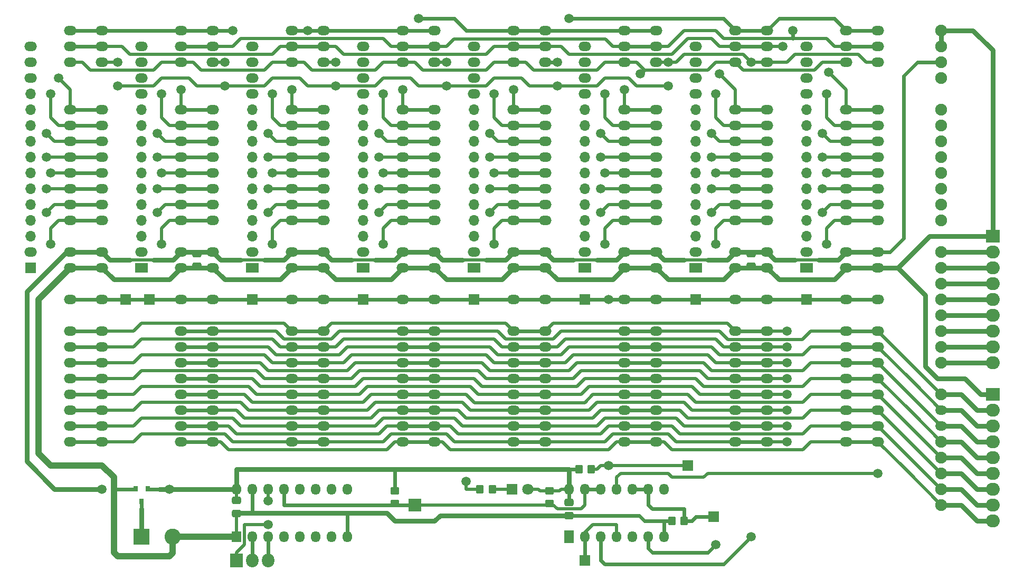
<source format=gbr>
%TF.GenerationSoftware,KiCad,Pcbnew,9.0.6*%
%TF.CreationDate,2026-01-09T18:10:27+03:00*%
%TF.ProjectId,Regs-v6,52656773-2d76-4362-9e6b-696361645f70,rev?*%
%TF.SameCoordinates,Original*%
%TF.FileFunction,Copper,L2,Bot*%
%TF.FilePolarity,Positive*%
%FSLAX46Y46*%
G04 Gerber Fmt 4.6, Leading zero omitted, Abs format (unit mm)*
G04 Created by KiCad (PCBNEW 9.0.6) date 2026-01-09 18:10:27*
%MOMM*%
%LPD*%
G01*
G04 APERTURE LIST*
G04 Aperture macros list*
%AMRoundRect*
0 Rectangle with rounded corners*
0 $1 Rounding radius*
0 $2 $3 $4 $5 $6 $7 $8 $9 X,Y pos of 4 corners*
0 Add a 4 corners polygon primitive as box body*
4,1,4,$2,$3,$4,$5,$6,$7,$8,$9,$2,$3,0*
0 Add four circle primitives for the rounded corners*
1,1,$1+$1,$2,$3*
1,1,$1+$1,$4,$5*
1,1,$1+$1,$6,$7*
1,1,$1+$1,$8,$9*
0 Add four rect primitives between the rounded corners*
20,1,$1+$1,$2,$3,$4,$5,0*
20,1,$1+$1,$4,$5,$6,$7,0*
20,1,$1+$1,$6,$7,$8,$9,0*
20,1,$1+$1,$8,$9,$2,$3,0*%
G04 Aperture macros list end*
%TA.AperFunction,ComponentPad*%
%ADD10O,2.000000X1.500000*%
%TD*%
%TA.AperFunction,ComponentPad*%
%ADD11R,2.000000X2.200000*%
%TD*%
%TA.AperFunction,ComponentPad*%
%ADD12O,2.000000X2.200000*%
%TD*%
%TA.AperFunction,ComponentPad*%
%ADD13R,1.700000X1.700000*%
%TD*%
%TA.AperFunction,ComponentPad*%
%ADD14R,1.500000X2.000000*%
%TD*%
%TA.AperFunction,ComponentPad*%
%ADD15O,1.500000X1.800000*%
%TD*%
%TA.AperFunction,ComponentPad*%
%ADD16R,2.600000X2.600000*%
%TD*%
%TA.AperFunction,ComponentPad*%
%ADD17C,2.600000*%
%TD*%
%TA.AperFunction,ComponentPad*%
%ADD18R,2.200000X2.100000*%
%TD*%
%TA.AperFunction,ComponentPad*%
%ADD19O,2.200000X2.100000*%
%TD*%
%TA.AperFunction,ComponentPad*%
%ADD20O,1.900000X1.900000*%
%TD*%
%TA.AperFunction,ComponentPad*%
%ADD21O,1.900000X1.500000*%
%TD*%
%TA.AperFunction,ComponentPad*%
%ADD22R,1.500000X1.800000*%
%TD*%
%TA.AperFunction,ComponentPad*%
%ADD23R,2.000000X2.000000*%
%TD*%
%TA.AperFunction,ComponentPad*%
%ADD24R,1.800000X1.800000*%
%TD*%
%TA.AperFunction,ComponentPad*%
%ADD25C,1.800000*%
%TD*%
%TA.AperFunction,SMDPad,CuDef*%
%ADD26RoundRect,0.249999X0.450001X-0.350001X0.450001X0.350001X-0.450001X0.350001X-0.450001X-0.350001X0*%
%TD*%
%TA.AperFunction,SMDPad,CuDef*%
%ADD27RoundRect,0.249999X0.350001X0.450001X-0.350001X0.450001X-0.350001X-0.450001X0.350001X-0.450001X0*%
%TD*%
%TA.AperFunction,SMDPad,CuDef*%
%ADD28RoundRect,0.250000X-0.475000X0.337500X-0.475000X-0.337500X0.475000X-0.337500X0.475000X0.337500X0*%
%TD*%
%TA.AperFunction,SMDPad,CuDef*%
%ADD29R,0.800000X0.900000*%
%TD*%
%TA.AperFunction,ComponentPad*%
%ADD30R,2.000000X1.500000*%
%TD*%
%TA.AperFunction,ComponentPad*%
%ADD31O,1.700000X1.700000*%
%TD*%
%TA.AperFunction,SMDPad,CuDef*%
%ADD32RoundRect,0.250000X0.350000X0.450000X-0.350000X0.450000X-0.350000X-0.450000X0.350000X-0.450000X0*%
%TD*%
%TA.AperFunction,SMDPad,CuDef*%
%ADD33RoundRect,0.250000X-0.450000X0.350000X-0.450000X-0.350000X0.450000X-0.350000X0.450000X0.350000X0*%
%TD*%
%TA.AperFunction,ViaPad*%
%ADD34C,1.500000*%
%TD*%
%TA.AperFunction,Conductor*%
%ADD35C,0.600000*%
%TD*%
%TA.AperFunction,Conductor*%
%ADD36C,0.500000*%
%TD*%
%TA.AperFunction,Conductor*%
%ADD37C,0.800000*%
%TD*%
%TA.AperFunction,Conductor*%
%ADD38C,1.000000*%
%TD*%
G04 APERTURE END LIST*
D10*
%TO.P,U3,1*%
%TO.N,/L7*%
X116840000Y-90170000D03*
%TO.P,U3,2*%
%TO.N,/L6*%
X116840000Y-87630000D03*
%TO.P,U3,3*%
%TO.N,/L5*%
X116840000Y-85090000D03*
%TO.P,U3,4*%
%TO.N,/L4*%
X116840000Y-82550000D03*
%TO.P,U3,5*%
%TO.N,/L3*%
X116840000Y-80010000D03*
%TO.P,U3,6*%
%TO.N,/L2*%
X116840000Y-77470000D03*
%TO.P,U3,7*%
%TO.N,/L1*%
X116840000Y-74930000D03*
%TO.P,U3,8*%
%TO.N,/L0*%
X116840000Y-72390000D03*
%TO.P,U3,9*%
%TO.N,/~{Res}*%
X116840000Y-67310000D03*
%TO.P,U3,10*%
%TO.N,GND*%
X116840000Y-62230000D03*
%TO.P,U3,11*%
%TO.N,VCC*%
X116840000Y-59690000D03*
%TO.P,U3,12*%
%TO.N,/R2.0*%
X116840000Y-54610000D03*
%TO.P,U3,13*%
%TO.N,/R2.1*%
X116840000Y-52070000D03*
%TO.P,U3,14*%
%TO.N,/R2.2*%
X116840000Y-49530000D03*
%TO.P,U3,15*%
%TO.N,/R2.3*%
X116840000Y-46990000D03*
%TO.P,U3,16*%
%TO.N,/R2.4*%
X116840000Y-44450000D03*
%TO.P,U3,17*%
%TO.N,/R2.5*%
X116840000Y-41910000D03*
%TO.P,U3,18*%
%TO.N,/R2.6*%
X116840000Y-39370000D03*
%TO.P,U3,19*%
%TO.N,/R2.7*%
X116840000Y-36830000D03*
%TO.P,U3,20*%
%TO.N,/~{Bank0}*%
X116840000Y-29210000D03*
%TO.P,U3,21*%
%TO.N,/~{L}*%
X116840000Y-26670000D03*
%TO.P,U3,22*%
%TO.N,/~{R1}*%
X116840000Y-24130000D03*
%TD*%
%TO.P,U5,1*%
%TO.N,/L7*%
X81280000Y-90170000D03*
%TO.P,U5,2*%
%TO.N,/L6*%
X81280000Y-87630000D03*
%TO.P,U5,3*%
%TO.N,/L5*%
X81280000Y-85090000D03*
%TO.P,U5,4*%
%TO.N,/L4*%
X81280000Y-82550000D03*
%TO.P,U5,5*%
%TO.N,/L3*%
X81280000Y-80010000D03*
%TO.P,U5,6*%
%TO.N,/L2*%
X81280000Y-77470000D03*
%TO.P,U5,7*%
%TO.N,/L1*%
X81280000Y-74930000D03*
%TO.P,U5,8*%
%TO.N,/L0*%
X81280000Y-72390000D03*
%TO.P,U5,9*%
%TO.N,/~{Res}*%
X81280000Y-67310000D03*
%TO.P,U5,10*%
%TO.N,GND*%
X81280000Y-62230000D03*
%TO.P,U5,11*%
%TO.N,VCC*%
X81280000Y-59690000D03*
%TO.P,U5,12*%
%TO.N,/R4.0*%
X81280000Y-54610000D03*
%TO.P,U5,13*%
%TO.N,/R4.1*%
X81280000Y-52070000D03*
%TO.P,U5,14*%
%TO.N,/R4.2*%
X81280000Y-49530000D03*
%TO.P,U5,15*%
%TO.N,/R4.3*%
X81280000Y-46990000D03*
%TO.P,U5,16*%
%TO.N,/R4.4*%
X81280000Y-44450000D03*
%TO.P,U5,17*%
%TO.N,/R4.5*%
X81280000Y-41910000D03*
%TO.P,U5,18*%
%TO.N,/R4.6*%
X81280000Y-39370000D03*
%TO.P,U5,19*%
%TO.N,/R4.7*%
X81280000Y-36830000D03*
%TO.P,U5,20*%
%TO.N,/~{Bank0}*%
X81280000Y-29210000D03*
%TO.P,U5,21*%
%TO.N,/~{L}*%
X81280000Y-26670000D03*
%TO.P,U5,22*%
%TO.N,/~{R2}*%
X81280000Y-24130000D03*
%TD*%
%TO.P,U7,1*%
%TO.N,/L7*%
X45720000Y-90170000D03*
%TO.P,U7,2*%
%TO.N,/L6*%
X45720000Y-87630000D03*
%TO.P,U7,3*%
%TO.N,/L5*%
X45720000Y-85090000D03*
%TO.P,U7,4*%
%TO.N,/L4*%
X45720000Y-82550000D03*
%TO.P,U7,5*%
%TO.N,/L3*%
X45720000Y-80010000D03*
%TO.P,U7,6*%
%TO.N,/L2*%
X45720000Y-77470000D03*
%TO.P,U7,7*%
%TO.N,/L1*%
X45720000Y-74930000D03*
%TO.P,U7,8*%
%TO.N,/L0*%
X45720000Y-72390000D03*
%TO.P,U7,9*%
%TO.N,/~{Res}*%
X45720000Y-67310000D03*
%TO.P,U7,10*%
%TO.N,GND*%
X45720000Y-62230000D03*
%TO.P,U7,11*%
%TO.N,VCC*%
X45720000Y-59690000D03*
%TO.P,U7,12*%
%TO.N,/R6.0*%
X45720000Y-54610000D03*
%TO.P,U7,13*%
%TO.N,/R6.1*%
X45720000Y-52070000D03*
%TO.P,U7,14*%
%TO.N,/R6.2*%
X45720000Y-49530000D03*
%TO.P,U7,15*%
%TO.N,/R6.3*%
X45720000Y-46990000D03*
%TO.P,U7,16*%
%TO.N,/R6.4*%
X45720000Y-44450000D03*
%TO.P,U7,17*%
%TO.N,/R6.5*%
X45720000Y-41910000D03*
%TO.P,U7,18*%
%TO.N,/R6.6*%
X45720000Y-39370000D03*
%TO.P,U7,19*%
%TO.N,/R6.7*%
X45720000Y-36830000D03*
%TO.P,U7,20*%
%TO.N,/~{Bank0}*%
X45720000Y-29210000D03*
%TO.P,U7,21*%
%TO.N,/~{L}*%
X45720000Y-26670000D03*
%TO.P,U7,22*%
%TO.N,/~{R3}*%
X45720000Y-24130000D03*
%TD*%
%TO.P,U4,1*%
%TO.N,/H7*%
X99060000Y-90170000D03*
%TO.P,U4,2*%
%TO.N,/H6*%
X99060000Y-87630000D03*
%TO.P,U4,3*%
%TO.N,/H5*%
X99060000Y-85090000D03*
%TO.P,U4,4*%
%TO.N,/H4*%
X99060000Y-82550000D03*
%TO.P,U4,5*%
%TO.N,/H3*%
X99060000Y-80010000D03*
%TO.P,U4,6*%
%TO.N,/H2*%
X99060000Y-77470000D03*
%TO.P,U4,7*%
%TO.N,/H1*%
X99060000Y-74930000D03*
%TO.P,U4,8*%
%TO.N,/H0*%
X99060000Y-72390000D03*
%TO.P,U4,9*%
%TO.N,/~{Res}*%
X99060000Y-67310000D03*
%TO.P,U4,10*%
%TO.N,GND*%
X99060000Y-62230000D03*
%TO.P,U4,11*%
%TO.N,VCC*%
X99060000Y-59690000D03*
%TO.P,U4,12*%
%TO.N,/R3.0*%
X99060000Y-54610000D03*
%TO.P,U4,13*%
%TO.N,/R3.1*%
X99060000Y-52070000D03*
%TO.P,U4,14*%
%TO.N,/R3.2*%
X99060000Y-49530000D03*
%TO.P,U4,15*%
%TO.N,/R3.3*%
X99060000Y-46990000D03*
%TO.P,U4,16*%
%TO.N,/R3.4*%
X99060000Y-44450000D03*
%TO.P,U4,17*%
%TO.N,/R3.5*%
X99060000Y-41910000D03*
%TO.P,U4,18*%
%TO.N,/R3.6*%
X99060000Y-39370000D03*
%TO.P,U4,19*%
%TO.N,/R3.7*%
X99060000Y-36830000D03*
%TO.P,U4,20*%
%TO.N,/~{Bank0}*%
X99060000Y-29210000D03*
%TO.P,U4,21*%
%TO.N,/~{H}*%
X99060000Y-26670000D03*
%TO.P,U4,22*%
%TO.N,/~{R1}*%
X99060000Y-24130000D03*
%TD*%
%TO.P,U6,1*%
%TO.N,/H7*%
X63500000Y-90170000D03*
%TO.P,U6,2*%
%TO.N,/H6*%
X63500000Y-87630000D03*
%TO.P,U6,3*%
%TO.N,/H5*%
X63500000Y-85090000D03*
%TO.P,U6,4*%
%TO.N,/H4*%
X63500000Y-82550000D03*
%TO.P,U6,5*%
%TO.N,/H3*%
X63500000Y-80010000D03*
%TO.P,U6,6*%
%TO.N,/H2*%
X63500000Y-77470000D03*
%TO.P,U6,7*%
%TO.N,/H1*%
X63500000Y-74930000D03*
%TO.P,U6,8*%
%TO.N,/H0*%
X63500000Y-72390000D03*
%TO.P,U6,9*%
%TO.N,/~{Res}*%
X63500000Y-67310000D03*
%TO.P,U6,10*%
%TO.N,GND*%
X63500000Y-62230000D03*
%TO.P,U6,11*%
%TO.N,VCC*%
X63500000Y-59690000D03*
%TO.P,U6,12*%
%TO.N,/R5.0*%
X63500000Y-54610000D03*
%TO.P,U6,13*%
%TO.N,/R5.1*%
X63500000Y-52070000D03*
%TO.P,U6,14*%
%TO.N,/R5.2*%
X63500000Y-49530000D03*
%TO.P,U6,15*%
%TO.N,/R5.3*%
X63500000Y-46990000D03*
%TO.P,U6,16*%
%TO.N,/R5.4*%
X63500000Y-44450000D03*
%TO.P,U6,17*%
%TO.N,/R5.5*%
X63500000Y-41910000D03*
%TO.P,U6,18*%
%TO.N,/R5.6*%
X63500000Y-39370000D03*
%TO.P,U6,19*%
%TO.N,/R5.7*%
X63500000Y-36830000D03*
%TO.P,U6,20*%
%TO.N,/~{Bank0}*%
X63500000Y-29210000D03*
%TO.P,U6,21*%
%TO.N,/~{H}*%
X63500000Y-26670000D03*
%TO.P,U6,22*%
%TO.N,/~{R2}*%
X63500000Y-24130000D03*
%TD*%
%TO.P,U8,1*%
%TO.N,/H7*%
X27940000Y-90170000D03*
%TO.P,U8,2*%
%TO.N,/H6*%
X27940000Y-87630000D03*
%TO.P,U8,3*%
%TO.N,/H5*%
X27940000Y-85090000D03*
%TO.P,U8,4*%
%TO.N,/H4*%
X27940000Y-82550000D03*
%TO.P,U8,5*%
%TO.N,/H3*%
X27940000Y-80010000D03*
%TO.P,U8,6*%
%TO.N,/H2*%
X27940000Y-77470000D03*
%TO.P,U8,7*%
%TO.N,/H1*%
X27940000Y-74930000D03*
%TO.P,U8,8*%
%TO.N,/H0*%
X27940000Y-72390000D03*
%TO.P,U8,9*%
%TO.N,/~{Res}*%
X27940000Y-67310000D03*
%TO.P,U8,10*%
%TO.N,GND*%
X27940000Y-62230000D03*
%TO.P,U8,11*%
%TO.N,VCC*%
X27940000Y-59690000D03*
%TO.P,U8,12*%
%TO.N,/R7.0*%
X27940000Y-54610000D03*
%TO.P,U8,13*%
%TO.N,/R7.1*%
X27940000Y-52070000D03*
%TO.P,U8,14*%
%TO.N,/R7.2*%
X27940000Y-49530000D03*
%TO.P,U8,15*%
%TO.N,/R7.3*%
X27940000Y-46990000D03*
%TO.P,U8,16*%
%TO.N,/R7.4*%
X27940000Y-44450000D03*
%TO.P,U8,17*%
%TO.N,/R7.5*%
X27940000Y-41910000D03*
%TO.P,U8,18*%
%TO.N,/R7.6*%
X27940000Y-39370000D03*
%TO.P,U8,19*%
%TO.N,/R7.7*%
X27940000Y-36830000D03*
%TO.P,U8,20*%
%TO.N,/~{Bank0}*%
X27940000Y-29210000D03*
%TO.P,U8,21*%
%TO.N,/~{H}*%
X27940000Y-26670000D03*
%TO.P,U8,22*%
%TO.N,/~{R3}*%
X27940000Y-24130000D03*
%TD*%
%TO.P,U1,1*%
%TO.N,/L7*%
X152400000Y-90170000D03*
%TO.P,U1,2*%
%TO.N,/L6*%
X152400000Y-87630000D03*
%TO.P,U1,3*%
%TO.N,/L5*%
X152400000Y-85090000D03*
%TO.P,U1,4*%
%TO.N,/L4*%
X152400000Y-82550000D03*
%TO.P,U1,5*%
%TO.N,/L3*%
X152400000Y-80010000D03*
%TO.P,U1,6*%
%TO.N,/L2*%
X152400000Y-77470000D03*
%TO.P,U1,7*%
%TO.N,/L1*%
X152400000Y-74930000D03*
%TO.P,U1,8*%
%TO.N,/L0*%
X152400000Y-72390000D03*
%TO.P,U1,9*%
%TO.N,/~{Res}*%
X152400000Y-67310000D03*
%TO.P,U1,10*%
%TO.N,GND*%
X152400000Y-62230000D03*
%TO.P,U1,11*%
%TO.N,VCC*%
X152400000Y-59690000D03*
%TO.P,U1,12*%
%TO.N,/R0.0*%
X152400000Y-54610000D03*
%TO.P,U1,13*%
%TO.N,/R0.1*%
X152400000Y-52070000D03*
%TO.P,U1,14*%
%TO.N,/R0.2*%
X152400000Y-49530000D03*
%TO.P,U1,15*%
%TO.N,/R0.3*%
X152400000Y-46990000D03*
%TO.P,U1,16*%
%TO.N,/R0.4*%
X152400000Y-44450000D03*
%TO.P,U1,17*%
%TO.N,/R0.5*%
X152400000Y-41910000D03*
%TO.P,U1,18*%
%TO.N,/R0.6*%
X152400000Y-39370000D03*
%TO.P,U1,19*%
%TO.N,/R0.7*%
X152400000Y-36830000D03*
%TO.P,U1,20*%
%TO.N,/~{Bank0}*%
X152400000Y-29210000D03*
%TO.P,U1,21*%
%TO.N,/~{L}*%
X152400000Y-26670000D03*
%TO.P,U1,22*%
%TO.N,/~{R0}*%
X152400000Y-24130000D03*
%TD*%
D11*
%TO.P,J11,1*%
%TO.N,/DST[0]*%
X49530000Y-109220000D03*
D12*
%TO.P,J11,2*%
%TO.N,/DST[1]*%
X52070000Y-109220000D03*
%TO.P,J11,3*%
%TO.N,/DST[2]*%
X54610000Y-109220000D03*
%TD*%
D13*
%TO.P,J13,1*%
%TO.N,/~{Res}*%
X87630000Y-67310000D03*
%TD*%
%TO.P,J14,1*%
%TO.N,/~{Bank0}*%
X126047500Y-102235000D03*
%TD*%
%TO.P,J15,1*%
%TO.N,/Latch*%
X105410000Y-109220000D03*
%TD*%
D14*
%TO.P,U14,1*%
%TO.N,Net-(U13-Pad10)*%
X102870000Y-105410000D03*
D15*
%TO.P,U14,2*%
%TO.N,/Latch*%
X105410000Y-105410000D03*
%TO.P,U14,3*%
%TO.N,/~{L}*%
X107950000Y-105410000D03*
%TO.P,U14,4*%
%TO.N,/Latch*%
X110490000Y-105410000D03*
%TO.P,U14,5*%
%TO.N,Net-(U13-Pad9)*%
X113030000Y-105410000D03*
%TO.P,U14,6*%
%TO.N,/~{H}*%
X115570000Y-105410000D03*
%TO.P,U14,7*%
%TO.N,GND*%
X118110000Y-105410000D03*
%TO.P,U14,8*%
%TO.N,/~{Bank1}*%
X118110000Y-97790000D03*
%TO.P,U14,9*%
%TO.N,/~{Bank0}*%
X115570000Y-97790000D03*
%TO.P,U14,10*%
X113030000Y-97790000D03*
%TO.P,U14,11*%
%TO.N,Net-(U14-Pad11)*%
X110490000Y-97790000D03*
%TO.P,U14,12*%
%TO.N,/~{MUL}*%
X107950000Y-97790000D03*
%TO.P,U14,13*%
X105410000Y-97790000D03*
%TO.P,U14,14*%
%TO.N,VCC*%
X102870000Y-97790000D03*
%TD*%
D16*
%TO.P,J16,1*%
%TO.N,Net-(J16-Pad1)*%
X34290000Y-105410000D03*
D17*
%TO.P,J16,2*%
%TO.N,GND*%
X39290000Y-105410000D03*
%TD*%
D18*
%TO.P,J17,1*%
%TO.N,GND*%
X170815000Y-82550000D03*
D19*
%TO.P,J17,2*%
%TO.N,/L0*%
X170815000Y-85090000D03*
%TO.P,J17,3*%
%TO.N,/L1*%
X170815000Y-87630000D03*
%TO.P,J17,4*%
%TO.N,/L2*%
X170815000Y-90170000D03*
%TO.P,J17,5*%
%TO.N,/L3*%
X170815000Y-92710000D03*
%TO.P,J17,6*%
%TO.N,/L4*%
X170815000Y-95250000D03*
%TO.P,J17,7*%
%TO.N,/L5*%
X170815000Y-97790000D03*
%TO.P,J17,8*%
%TO.N,/L6*%
X170815000Y-100330000D03*
%TO.P,J17,9*%
%TO.N,/L7*%
X170815000Y-102870000D03*
%TD*%
D18*
%TO.P,J18,1*%
%TO.N,GND*%
X170815000Y-57150000D03*
D19*
%TO.P,J18,2*%
%TO.N,/ALU_H0*%
X170815000Y-59690000D03*
%TO.P,J18,3*%
%TO.N,Net-(J18-Pad3)*%
X170815000Y-62230000D03*
%TO.P,J18,4*%
%TO.N,Net-(J18-Pad4)*%
X170815000Y-64770000D03*
%TO.P,J18,5*%
%TO.N,Net-(J18-Pad5)*%
X170815000Y-67310000D03*
%TO.P,J18,6*%
%TO.N,Net-(J18-Pad6)*%
X170815000Y-69850000D03*
%TO.P,J18,7*%
%TO.N,Net-(J18-Pad7)*%
X170815000Y-72390000D03*
%TO.P,J18,8*%
%TO.N,Net-(J18-Pad8)*%
X170815000Y-74930000D03*
%TO.P,J18,9*%
%TO.N,/ALU_H7*%
X170815000Y-77470000D03*
%TD*%
D13*
%TO.P,J19,1*%
%TO.N,/~{Res}*%
X35560000Y-67310000D03*
%TD*%
D10*
%TO.P,U9,1*%
%TO.N,/L7*%
X147320000Y-90170000D03*
%TO.P,U9,2*%
%TO.N,/L6*%
X147320000Y-87630000D03*
%TO.P,U9,3*%
%TO.N,/L5*%
X147320000Y-85090000D03*
%TO.P,U9,4*%
%TO.N,/L4*%
X147320000Y-82550000D03*
%TO.P,U9,5*%
%TO.N,/L3*%
X147320000Y-80010000D03*
%TO.P,U9,6*%
%TO.N,/L2*%
X147320000Y-77470000D03*
%TO.P,U9,7*%
%TO.N,/L1*%
X147320000Y-74930000D03*
%TO.P,U9,8*%
%TO.N,/L0*%
X147320000Y-72390000D03*
%TO.P,U9,9*%
%TO.N,/~{Res}*%
X147320000Y-67310000D03*
%TO.P,U9,10*%
%TO.N,GND*%
X147320000Y-62230000D03*
%TO.P,U9,11*%
%TO.N,VCC*%
X147320000Y-59690000D03*
%TO.P,U9,12*%
%TO.N,/R0.0*%
X147320000Y-54610000D03*
%TO.P,U9,13*%
%TO.N,/R0.1*%
X147320000Y-52070000D03*
%TO.P,U9,14*%
%TO.N,/R0.2*%
X147320000Y-49530000D03*
%TO.P,U9,15*%
%TO.N,/R0.3*%
X147320000Y-46990000D03*
%TO.P,U9,16*%
%TO.N,/R0.4*%
X147320000Y-44450000D03*
%TO.P,U9,17*%
%TO.N,/R0.5*%
X147320000Y-41910000D03*
%TO.P,U9,18*%
%TO.N,/R0.6*%
X147320000Y-39370000D03*
%TO.P,U9,19*%
%TO.N,/R0.7*%
X147320000Y-36830000D03*
%TO.P,U9,20*%
%TO.N,/~{Bank1}*%
X147320000Y-29210000D03*
%TO.P,U9,21*%
%TO.N,/~{L}*%
X147320000Y-26670000D03*
%TO.P,U9,22*%
%TO.N,/~{R0}*%
X147320000Y-24130000D03*
%TD*%
%TO.P,U10,1*%
%TO.N,/H7*%
X129540000Y-90170000D03*
%TO.P,U10,2*%
%TO.N,/H6*%
X129540000Y-87630000D03*
%TO.P,U10,3*%
%TO.N,/H5*%
X129540000Y-85090000D03*
%TO.P,U10,4*%
%TO.N,/H4*%
X129540000Y-82550000D03*
%TO.P,U10,5*%
%TO.N,/H3*%
X129540000Y-80010000D03*
%TO.P,U10,6*%
%TO.N,/H2*%
X129540000Y-77470000D03*
%TO.P,U10,7*%
%TO.N,/H1*%
X129540000Y-74930000D03*
%TO.P,U10,8*%
%TO.N,/H0*%
X129540000Y-72390000D03*
%TO.P,U10,9*%
%TO.N,/~{Res}*%
X129540000Y-67310000D03*
%TO.P,U10,10*%
%TO.N,GND*%
X129540000Y-62230000D03*
%TO.P,U10,11*%
%TO.N,VCC*%
X129540000Y-59690000D03*
%TO.P,U10,12*%
%TO.N,/R1.0*%
X129540000Y-54610000D03*
%TO.P,U10,13*%
%TO.N,/R1.1*%
X129540000Y-52070000D03*
%TO.P,U10,14*%
%TO.N,/R1.2*%
X129540000Y-49530000D03*
%TO.P,U10,15*%
%TO.N,/R1.3*%
X129540000Y-46990000D03*
%TO.P,U10,16*%
%TO.N,/R1.4*%
X129540000Y-44450000D03*
%TO.P,U10,17*%
%TO.N,/R1.5*%
X129540000Y-41910000D03*
%TO.P,U10,18*%
%TO.N,/R1.6*%
X129540000Y-39370000D03*
%TO.P,U10,19*%
%TO.N,/R1.7*%
X129540000Y-36830000D03*
%TO.P,U10,20*%
%TO.N,/~{Bank1}*%
X129540000Y-29210000D03*
%TO.P,U10,21*%
%TO.N,/~{H}*%
X129540000Y-26670000D03*
%TO.P,U10,22*%
%TO.N,/~{R0}*%
X129540000Y-24130000D03*
%TD*%
%TO.P,U11,1*%
%TO.N,/L7*%
X111760000Y-90170000D03*
%TO.P,U11,2*%
%TO.N,/L6*%
X111760000Y-87630000D03*
%TO.P,U11,3*%
%TO.N,/L5*%
X111760000Y-85090000D03*
%TO.P,U11,4*%
%TO.N,/L4*%
X111760000Y-82550000D03*
%TO.P,U11,5*%
%TO.N,/L3*%
X111760000Y-80010000D03*
%TO.P,U11,6*%
%TO.N,/L2*%
X111760000Y-77470000D03*
%TO.P,U11,7*%
%TO.N,/L1*%
X111760000Y-74930000D03*
%TO.P,U11,8*%
%TO.N,/L0*%
X111760000Y-72390000D03*
%TO.P,U11,9*%
%TO.N,/~{Res}*%
X111760000Y-67310000D03*
%TO.P,U11,10*%
%TO.N,GND*%
X111760000Y-62230000D03*
%TO.P,U11,11*%
%TO.N,VCC*%
X111760000Y-59690000D03*
%TO.P,U11,12*%
%TO.N,/R2.0*%
X111760000Y-54610000D03*
%TO.P,U11,13*%
%TO.N,/R2.1*%
X111760000Y-52070000D03*
%TO.P,U11,14*%
%TO.N,/R2.2*%
X111760000Y-49530000D03*
%TO.P,U11,15*%
%TO.N,/R2.3*%
X111760000Y-46990000D03*
%TO.P,U11,16*%
%TO.N,/R2.4*%
X111760000Y-44450000D03*
%TO.P,U11,17*%
%TO.N,/R2.5*%
X111760000Y-41910000D03*
%TO.P,U11,18*%
%TO.N,/R2.6*%
X111760000Y-39370000D03*
%TO.P,U11,19*%
%TO.N,/R2.7*%
X111760000Y-36830000D03*
%TO.P,U11,20*%
%TO.N,/~{Bank1}*%
X111760000Y-29210000D03*
%TO.P,U11,21*%
%TO.N,/~{L}*%
X111760000Y-26670000D03*
%TO.P,U11,22*%
%TO.N,/~{R1}*%
X111760000Y-24130000D03*
%TD*%
%TO.P,U12,1*%
%TO.N,/H7*%
X93980000Y-90170000D03*
%TO.P,U12,2*%
%TO.N,/H6*%
X93980000Y-87630000D03*
%TO.P,U12,3*%
%TO.N,/H5*%
X93980000Y-85090000D03*
%TO.P,U12,4*%
%TO.N,/H4*%
X93980000Y-82550000D03*
%TO.P,U12,5*%
%TO.N,/H3*%
X93980000Y-80010000D03*
%TO.P,U12,6*%
%TO.N,/H2*%
X93980000Y-77470000D03*
%TO.P,U12,7*%
%TO.N,/H1*%
X93980000Y-74930000D03*
%TO.P,U12,8*%
%TO.N,/H0*%
X93980000Y-72390000D03*
%TO.P,U12,9*%
%TO.N,/~{Res}*%
X93980000Y-67310000D03*
%TO.P,U12,10*%
%TO.N,GND*%
X93980000Y-62230000D03*
%TO.P,U12,11*%
%TO.N,VCC*%
X93980000Y-59690000D03*
%TO.P,U12,12*%
%TO.N,/R3.0*%
X93980000Y-54610000D03*
%TO.P,U12,13*%
%TO.N,/R3.1*%
X93980000Y-52070000D03*
%TO.P,U12,14*%
%TO.N,/R3.2*%
X93980000Y-49530000D03*
%TO.P,U12,15*%
%TO.N,/R3.3*%
X93980000Y-46990000D03*
%TO.P,U12,16*%
%TO.N,/R3.4*%
X93980000Y-44450000D03*
%TO.P,U12,17*%
%TO.N,/R3.5*%
X93980000Y-41910000D03*
%TO.P,U12,18*%
%TO.N,/R3.6*%
X93980000Y-39370000D03*
%TO.P,U12,19*%
%TO.N,/R3.7*%
X93980000Y-36830000D03*
%TO.P,U12,20*%
%TO.N,/~{Bank1}*%
X93980000Y-29210000D03*
%TO.P,U12,21*%
%TO.N,/~{H}*%
X93980000Y-26670000D03*
%TO.P,U12,22*%
%TO.N,/~{R1}*%
X93980000Y-24130000D03*
%TD*%
%TO.P,U16,1*%
%TO.N,/L7*%
X76200000Y-90170000D03*
%TO.P,U16,2*%
%TO.N,/L6*%
X76200000Y-87630000D03*
%TO.P,U16,3*%
%TO.N,/L5*%
X76200000Y-85090000D03*
%TO.P,U16,4*%
%TO.N,/L4*%
X76200000Y-82550000D03*
%TO.P,U16,5*%
%TO.N,/L3*%
X76200000Y-80010000D03*
%TO.P,U16,6*%
%TO.N,/L2*%
X76200000Y-77470000D03*
%TO.P,U16,7*%
%TO.N,/L1*%
X76200000Y-74930000D03*
%TO.P,U16,8*%
%TO.N,/L0*%
X76200000Y-72390000D03*
%TO.P,U16,9*%
%TO.N,/~{Res}*%
X76200000Y-67310000D03*
%TO.P,U16,10*%
%TO.N,GND*%
X76200000Y-62230000D03*
%TO.P,U16,11*%
%TO.N,VCC*%
X76200000Y-59690000D03*
%TO.P,U16,12*%
%TO.N,/R4.0*%
X76200000Y-54610000D03*
%TO.P,U16,13*%
%TO.N,/R4.1*%
X76200000Y-52070000D03*
%TO.P,U16,14*%
%TO.N,/R4.2*%
X76200000Y-49530000D03*
%TO.P,U16,15*%
%TO.N,/R4.3*%
X76200000Y-46990000D03*
%TO.P,U16,16*%
%TO.N,/R4.4*%
X76200000Y-44450000D03*
%TO.P,U16,17*%
%TO.N,/R4.5*%
X76200000Y-41910000D03*
%TO.P,U16,18*%
%TO.N,/R4.6*%
X76200000Y-39370000D03*
%TO.P,U16,19*%
%TO.N,/R4.7*%
X76200000Y-36830000D03*
%TO.P,U16,20*%
%TO.N,/~{Bank1}*%
X76200000Y-29210000D03*
%TO.P,U16,21*%
%TO.N,/~{L}*%
X76200000Y-26670000D03*
%TO.P,U16,22*%
%TO.N,/~{R2}*%
X76200000Y-24130000D03*
%TD*%
%TO.P,U17,1*%
%TO.N,/H7*%
X58420000Y-90170000D03*
%TO.P,U17,2*%
%TO.N,/H6*%
X58420000Y-87630000D03*
%TO.P,U17,3*%
%TO.N,/H5*%
X58420000Y-85090000D03*
%TO.P,U17,4*%
%TO.N,/H4*%
X58420000Y-82550000D03*
%TO.P,U17,5*%
%TO.N,/H3*%
X58420000Y-80010000D03*
%TO.P,U17,6*%
%TO.N,/H2*%
X58420000Y-77470000D03*
%TO.P,U17,7*%
%TO.N,/H1*%
X58420000Y-74930000D03*
%TO.P,U17,8*%
%TO.N,/H0*%
X58420000Y-72390000D03*
%TO.P,U17,9*%
%TO.N,/~{Res}*%
X58420000Y-67310000D03*
%TO.P,U17,10*%
%TO.N,GND*%
X58420000Y-62230000D03*
%TO.P,U17,11*%
%TO.N,VCC*%
X58420000Y-59690000D03*
%TO.P,U17,12*%
%TO.N,/R5.0*%
X58420000Y-54610000D03*
%TO.P,U17,13*%
%TO.N,/R5.1*%
X58420000Y-52070000D03*
%TO.P,U17,14*%
%TO.N,/R5.2*%
X58420000Y-49530000D03*
%TO.P,U17,15*%
%TO.N,/R5.3*%
X58420000Y-46990000D03*
%TO.P,U17,16*%
%TO.N,/R5.4*%
X58420000Y-44450000D03*
%TO.P,U17,17*%
%TO.N,/R5.5*%
X58420000Y-41910000D03*
%TO.P,U17,18*%
%TO.N,/R5.6*%
X58420000Y-39370000D03*
%TO.P,U17,19*%
%TO.N,/R5.7*%
X58420000Y-36830000D03*
%TO.P,U17,20*%
%TO.N,/~{Bank1}*%
X58420000Y-29210000D03*
%TO.P,U17,21*%
%TO.N,/~{H}*%
X58420000Y-26670000D03*
%TO.P,U17,22*%
%TO.N,/~{R2}*%
X58420000Y-24130000D03*
%TD*%
%TO.P,U18,1*%
%TO.N,/L7*%
X40640000Y-90170000D03*
%TO.P,U18,2*%
%TO.N,/L6*%
X40640000Y-87630000D03*
%TO.P,U18,3*%
%TO.N,/L5*%
X40640000Y-85090000D03*
%TO.P,U18,4*%
%TO.N,/L4*%
X40640000Y-82550000D03*
%TO.P,U18,5*%
%TO.N,/L3*%
X40640000Y-80010000D03*
%TO.P,U18,6*%
%TO.N,/L2*%
X40640000Y-77470000D03*
%TO.P,U18,7*%
%TO.N,/L1*%
X40640000Y-74930000D03*
%TO.P,U18,8*%
%TO.N,/L0*%
X40640000Y-72390000D03*
%TO.P,U18,9*%
%TO.N,/~{Res}*%
X40640000Y-67310000D03*
%TO.P,U18,10*%
%TO.N,GND*%
X40640000Y-62230000D03*
%TO.P,U18,11*%
%TO.N,VCC*%
X40640000Y-59690000D03*
%TO.P,U18,12*%
%TO.N,/R6.0*%
X40640000Y-54610000D03*
%TO.P,U18,13*%
%TO.N,/R6.1*%
X40640000Y-52070000D03*
%TO.P,U18,14*%
%TO.N,/R6.2*%
X40640000Y-49530000D03*
%TO.P,U18,15*%
%TO.N,/R6.3*%
X40640000Y-46990000D03*
%TO.P,U18,16*%
%TO.N,/R6.4*%
X40640000Y-44450000D03*
%TO.P,U18,17*%
%TO.N,/R6.5*%
X40640000Y-41910000D03*
%TO.P,U18,18*%
%TO.N,/R6.6*%
X40640000Y-39370000D03*
%TO.P,U18,19*%
%TO.N,/R6.7*%
X40640000Y-36830000D03*
%TO.P,U18,20*%
%TO.N,/~{Bank1}*%
X40640000Y-29210000D03*
%TO.P,U18,21*%
%TO.N,/~{L}*%
X40640000Y-26670000D03*
%TO.P,U18,22*%
%TO.N,/~{R3}*%
X40640000Y-24130000D03*
%TD*%
%TO.P,U19,1*%
%TO.N,/H7*%
X22860000Y-90170000D03*
%TO.P,U19,2*%
%TO.N,/H6*%
X22860000Y-87630000D03*
%TO.P,U19,3*%
%TO.N,/H5*%
X22860000Y-85090000D03*
%TO.P,U19,4*%
%TO.N,/H4*%
X22860000Y-82550000D03*
%TO.P,U19,5*%
%TO.N,/H3*%
X22860000Y-80010000D03*
%TO.P,U19,6*%
%TO.N,/H2*%
X22860000Y-77470000D03*
%TO.P,U19,7*%
%TO.N,/H1*%
X22860000Y-74930000D03*
%TO.P,U19,8*%
%TO.N,/H0*%
X22860000Y-72390000D03*
%TO.P,U19,9*%
%TO.N,/~{Res}*%
X22860000Y-67310000D03*
%TO.P,U19,10*%
%TO.N,GND*%
X22860000Y-62230000D03*
%TO.P,U19,11*%
%TO.N,VCC*%
X22860000Y-59690000D03*
%TO.P,U19,12*%
%TO.N,/R7.0*%
X22860000Y-54610000D03*
%TO.P,U19,13*%
%TO.N,/R7.1*%
X22860000Y-52070000D03*
%TO.P,U19,14*%
%TO.N,/R7.2*%
X22860000Y-49530000D03*
%TO.P,U19,15*%
%TO.N,/R7.3*%
X22860000Y-46990000D03*
%TO.P,U19,16*%
%TO.N,/R7.4*%
X22860000Y-44450000D03*
%TO.P,U19,17*%
%TO.N,/R7.5*%
X22860000Y-41910000D03*
%TO.P,U19,18*%
%TO.N,/R7.6*%
X22860000Y-39370000D03*
%TO.P,U19,19*%
%TO.N,/R7.7*%
X22860000Y-36830000D03*
%TO.P,U19,20*%
%TO.N,/~{Bank1}*%
X22860000Y-29210000D03*
%TO.P,U19,21*%
%TO.N,/~{H}*%
X22860000Y-26670000D03*
%TO.P,U19,22*%
%TO.N,/~{R3}*%
X22860000Y-24130000D03*
%TD*%
%TO.P,U2,1*%
%TO.N,/H7*%
X134620000Y-90170000D03*
%TO.P,U2,2*%
%TO.N,/H6*%
X134620000Y-87630000D03*
%TO.P,U2,3*%
%TO.N,/H5*%
X134620000Y-85090000D03*
%TO.P,U2,4*%
%TO.N,/H4*%
X134620000Y-82550000D03*
%TO.P,U2,5*%
%TO.N,/H3*%
X134620000Y-80010000D03*
%TO.P,U2,6*%
%TO.N,/H2*%
X134620000Y-77470000D03*
%TO.P,U2,7*%
%TO.N,/H1*%
X134620000Y-74930000D03*
%TO.P,U2,8*%
%TO.N,/H0*%
X134620000Y-72390000D03*
%TO.P,U2,9*%
%TO.N,/~{Res}*%
X134620000Y-67310000D03*
%TO.P,U2,10*%
%TO.N,GND*%
X134620000Y-62230000D03*
%TO.P,U2,11*%
%TO.N,VCC*%
X134620000Y-59690000D03*
%TO.P,U2,12*%
%TO.N,/R1.0*%
X134620000Y-54610000D03*
%TO.P,U2,13*%
%TO.N,/R1.1*%
X134620000Y-52070000D03*
%TO.P,U2,14*%
%TO.N,/R1.2*%
X134620000Y-49530000D03*
%TO.P,U2,15*%
%TO.N,/R1.3*%
X134620000Y-46990000D03*
%TO.P,U2,16*%
%TO.N,/R1.4*%
X134620000Y-44450000D03*
%TO.P,U2,17*%
%TO.N,/R1.5*%
X134620000Y-41910000D03*
%TO.P,U2,18*%
%TO.N,/R1.6*%
X134620000Y-39370000D03*
%TO.P,U2,19*%
%TO.N,/R1.7*%
X134620000Y-36830000D03*
%TO.P,U2,20*%
%TO.N,/~{Bank0}*%
X134620000Y-29210000D03*
%TO.P,U2,21*%
%TO.N,/~{H}*%
X134620000Y-26670000D03*
%TO.P,U2,22*%
%TO.N,/~{R0}*%
X134620000Y-24130000D03*
%TD*%
D20*
%TO.P,U15,1*%
%TO.N,/L7*%
X162560000Y-100330000D03*
%TO.P,U15,2*%
%TO.N,/L6*%
X162560000Y-97790000D03*
%TO.P,U15,3*%
%TO.N,/L5*%
X162560000Y-95250000D03*
%TO.P,U15,4*%
%TO.N,/L4*%
X162560000Y-92710000D03*
%TO.P,U15,5*%
%TO.N,/L3*%
X162560000Y-90170000D03*
D21*
%TO.P,U15,6*%
%TO.N,/L2*%
X162560000Y-87630000D03*
%TO.P,U15,7*%
%TO.N,/L1*%
X162560000Y-85090000D03*
D20*
%TO.P,U15,8*%
%TO.N,/L0*%
X162560000Y-82550000D03*
%TO.P,U15,9*%
%TO.N,/ALU_H7*%
X162560000Y-77470000D03*
%TO.P,U15,10*%
%TO.N,Net-(J18-Pad8)*%
X162560000Y-74930000D03*
%TO.P,U15,11*%
%TO.N,Net-(J18-Pad7)*%
X162560000Y-72390000D03*
%TO.P,U15,12*%
%TO.N,Net-(J18-Pad6)*%
X162560000Y-69850000D03*
%TO.P,U15,13*%
%TO.N,Net-(J18-Pad5)*%
X162560000Y-67310000D03*
%TO.P,U15,14*%
%TO.N,Net-(J18-Pad4)*%
X162560000Y-64770000D03*
%TO.P,U15,15*%
%TO.N,Net-(J18-Pad3)*%
X162560000Y-62230000D03*
%TO.P,U15,16*%
%TO.N,/ALU_H0*%
X162560000Y-59690000D03*
%TO.P,U15,17*%
%TO.N,/H7*%
X162560000Y-54610000D03*
%TO.P,U15,18*%
%TO.N,/H6*%
X162560000Y-52070000D03*
%TO.P,U15,19*%
%TO.N,/H5*%
X162560000Y-49530000D03*
%TO.P,U15,20*%
%TO.N,/H4*%
X162560000Y-46990000D03*
%TO.P,U15,21*%
%TO.N,/H3*%
X162560000Y-44450000D03*
%TO.P,U15,22*%
%TO.N,/H2*%
X162560000Y-41910000D03*
%TO.P,U15,23*%
%TO.N,/H1*%
X162560000Y-39370000D03*
%TO.P,U15,24*%
%TO.N,/H0*%
X162560000Y-36830000D03*
%TO.P,U15,25*%
%TO.N,Net-(U14-Pad11)*%
X162560000Y-31750000D03*
%TO.P,U15,26*%
%TO.N,VCC*%
X162560000Y-29210000D03*
%TO.P,U15,27*%
%TO.N,GND*%
X162560000Y-26670000D03*
%TO.P,U15,28*%
X162560000Y-24130000D03*
%TD*%
D22*
%TO.P,U13,1*%
%TO.N,GND*%
X49530000Y-105410000D03*
D15*
%TO.P,U13,2*%
%TO.N,/DST[1]*%
X52070000Y-105410000D03*
%TO.P,U13,3*%
%TO.N,/DST[2]*%
X54610000Y-105410000D03*
%TO.P,U13,4*%
%TO.N,/~{R0}*%
X57150000Y-105410000D03*
%TO.P,U13,5*%
%TO.N,/~{R1}*%
X59690000Y-105410000D03*
%TO.P,U13,6*%
%TO.N,/~{R2}*%
X62230000Y-105410000D03*
%TO.P,U13,7*%
%TO.N,/~{R3}*%
X64770000Y-105410000D03*
%TO.P,U13,8*%
%TO.N,GND*%
X67310000Y-105410000D03*
%TO.P,U13,9*%
%TO.N,Net-(U13-Pad9)*%
X67310000Y-97790000D03*
%TO.P,U13,10*%
%TO.N,Net-(U13-Pad10)*%
X64770000Y-97790000D03*
%TO.P,U13,11*%
%TO.N,Net-(U13-Pad11)*%
X62230000Y-97790000D03*
%TO.P,U13,12*%
%TO.N,Net-(U13-Pad12)*%
X59690000Y-97790000D03*
%TO.P,U13,13*%
%TO.N,/~{MUL}*%
X57150000Y-97790000D03*
%TO.P,U13,14*%
%TO.N,/DST[0]*%
X54610000Y-97790000D03*
%TO.P,U13,15*%
%TO.N,GND*%
X52070000Y-97790000D03*
%TO.P,U13,16*%
%TO.N,VCC*%
X49530000Y-97790000D03*
%TD*%
D13*
%TO.P,J20,1*%
%TO.N,/~{Res}*%
X52070000Y-67310000D03*
%TD*%
D23*
%TO.P,J12,1*%
%TO.N,/~{MUL}*%
X78105000Y-100330000D03*
%TD*%
D24*
%TO.P,D1,1*%
%TO.N,Net-(D1-Pad1)*%
X93662500Y-97790000D03*
D25*
%TO.P,D1,2*%
%TO.N,VCC*%
X96202500Y-97790000D03*
%TD*%
D13*
%TO.P,J9,1*%
%TO.N,/~{Res}*%
X121920000Y-93980000D03*
%TD*%
%TO.P,J10,1*%
%TO.N,/~{Res}*%
X140970000Y-67310000D03*
%TD*%
%TO.P,J21,1*%
%TO.N,/~{Res}*%
X105410000Y-67310000D03*
%TD*%
%TO.P,J22,1*%
%TO.N,/~{Res}*%
X31750000Y-67310000D03*
%TD*%
%TO.P,J23,1*%
%TO.N,/~{Res}*%
X123190000Y-67310000D03*
%TD*%
%TO.P,J24,1*%
%TO.N,/~{Res}*%
X69850000Y-67310000D03*
%TD*%
D26*
%TO.P,R5,1*%
%TO.N,/~{MUL}*%
X74930000Y-100060000D03*
%TO.P,R5,2*%
%TO.N,VCC*%
X74930000Y-98060000D03*
%TD*%
D27*
%TO.P,R6,1*%
%TO.N,/~{Res}*%
X106410000Y-94615000D03*
%TO.P,R6,2*%
%TO.N,VCC*%
X104410000Y-94615000D03*
%TD*%
D28*
%TO.P,C1,1*%
%TO.N,VCC*%
X43180000Y-59922500D03*
%TO.P,C1,2*%
%TO.N,GND*%
X43180000Y-61997500D03*
%TD*%
%TO.P,C2,1*%
%TO.N,VCC*%
X132080000Y-59922500D03*
%TO.P,C2,2*%
%TO.N,GND*%
X132080000Y-61997500D03*
%TD*%
%TO.P,C3,1*%
%TO.N,VCC*%
X49530000Y-99610000D03*
%TO.P,C3,2*%
%TO.N,GND*%
X49530000Y-101685000D03*
%TD*%
%TO.P,C4,1*%
%TO.N,VCC*%
X102870000Y-99927500D03*
%TO.P,C4,2*%
%TO.N,GND*%
X102870000Y-102002500D03*
%TD*%
D29*
%TO.P,Q1,1*%
%TO.N,GND*%
X33340000Y-97742500D03*
%TO.P,Q1,2*%
%TO.N,VCC*%
X35240000Y-97742500D03*
%TO.P,Q1,3*%
%TO.N,Net-(J16-Pad1)*%
X34290000Y-99742500D03*
%TD*%
D27*
%TO.P,R7,1*%
%TO.N,/~{Bank0}*%
X121332500Y-102870000D03*
%TO.P,R7,2*%
%TO.N,GND*%
X119332500Y-102870000D03*
%TD*%
D30*
%TO.P,J1,1*%
%TO.N,/R0.0*%
X140970000Y-62230000D03*
D10*
%TO.P,J1,2*%
%TO.N,Net-(J1-Pad2)*%
X140970000Y-59690000D03*
D31*
%TO.P,J1,3*%
%TO.N,/R0.1*%
X140970000Y-57150000D03*
%TO.P,J1,4*%
%TO.N,Net-(J1-Pad4)*%
X140970000Y-54610000D03*
%TO.P,J1,5*%
%TO.N,/R0.2*%
X140970000Y-52070000D03*
%TO.P,J1,6*%
%TO.N,Net-(J1-Pad6)*%
X140970000Y-49530000D03*
%TO.P,J1,7*%
%TO.N,/R0.3*%
X140970000Y-46990000D03*
%TO.P,J1,8*%
%TO.N,Net-(J1-Pad8)*%
X140970000Y-44450000D03*
%TO.P,J1,9*%
%TO.N,/R0.4*%
X140970000Y-41910000D03*
%TO.P,J1,10*%
%TO.N,Net-(J1-Pad10)*%
X140970000Y-39370000D03*
%TO.P,J1,11*%
%TO.N,/R0.5*%
X140970000Y-36830000D03*
D10*
%TO.P,J1,12*%
%TO.N,Net-(J1-Pad12)*%
X140970000Y-34290000D03*
%TO.P,J1,13*%
%TO.N,/R0.6*%
X140970000Y-31750000D03*
%TO.P,J1,14*%
%TO.N,Net-(J1-Pad14)*%
X140970000Y-29210000D03*
%TO.P,J1,15*%
%TO.N,/R0.7*%
X140970000Y-26670000D03*
%TD*%
D30*
%TO.P,J2,1*%
%TO.N,/R1.0*%
X123190000Y-62230000D03*
D10*
%TO.P,J2,2*%
%TO.N,Net-(J2-Pad2)*%
X123190000Y-59690000D03*
D31*
%TO.P,J2,3*%
%TO.N,/R1.1*%
X123190000Y-57150000D03*
%TO.P,J2,4*%
%TO.N,Net-(J2-Pad4)*%
X123190000Y-54610000D03*
%TO.P,J2,5*%
%TO.N,/R1.2*%
X123190000Y-52070000D03*
%TO.P,J2,6*%
%TO.N,Net-(J2-Pad6)*%
X123190000Y-49530000D03*
%TO.P,J2,7*%
%TO.N,/R1.3*%
X123190000Y-46990000D03*
%TO.P,J2,8*%
%TO.N,Net-(J2-Pad8)*%
X123190000Y-44450000D03*
%TO.P,J2,9*%
%TO.N,/R1.4*%
X123190000Y-41910000D03*
%TO.P,J2,10*%
%TO.N,Net-(J2-Pad10)*%
X123190000Y-39370000D03*
%TO.P,J2,11*%
%TO.N,/R1.5*%
X123190000Y-36830000D03*
D10*
%TO.P,J2,12*%
%TO.N,Net-(J2-Pad12)*%
X123190000Y-34290000D03*
%TO.P,J2,13*%
%TO.N,/R1.6*%
X123190000Y-31750000D03*
%TO.P,J2,14*%
%TO.N,Net-(J2-Pad14)*%
X123190000Y-29210000D03*
%TO.P,J2,15*%
%TO.N,/R1.7*%
X123190000Y-26670000D03*
%TD*%
D30*
%TO.P,J3,1*%
%TO.N,/R2.0*%
X105410000Y-62230000D03*
D10*
%TO.P,J3,2*%
%TO.N,Net-(J3-Pad2)*%
X105410000Y-59690000D03*
D31*
%TO.P,J3,3*%
%TO.N,/R2.1*%
X105410000Y-57150000D03*
%TO.P,J3,4*%
%TO.N,Net-(J3-Pad4)*%
X105410000Y-54610000D03*
%TO.P,J3,5*%
%TO.N,/R2.2*%
X105410000Y-52070000D03*
%TO.P,J3,6*%
%TO.N,Net-(J3-Pad6)*%
X105410000Y-49530000D03*
%TO.P,J3,7*%
%TO.N,/R2.3*%
X105410000Y-46990000D03*
%TO.P,J3,8*%
%TO.N,Net-(J3-Pad8)*%
X105410000Y-44450000D03*
%TO.P,J3,9*%
%TO.N,/R2.4*%
X105410000Y-41910000D03*
%TO.P,J3,10*%
%TO.N,Net-(J3-Pad10)*%
X105410000Y-39370000D03*
%TO.P,J3,11*%
%TO.N,/R2.5*%
X105410000Y-36830000D03*
D10*
%TO.P,J3,12*%
%TO.N,Net-(J3-Pad12)*%
X105410000Y-34290000D03*
%TO.P,J3,13*%
%TO.N,/R2.6*%
X105410000Y-31750000D03*
%TO.P,J3,14*%
%TO.N,Net-(J3-Pad14)*%
X105410000Y-29210000D03*
%TO.P,J3,15*%
%TO.N,/R2.7*%
X105410000Y-26670000D03*
%TD*%
D30*
%TO.P,J4,1*%
%TO.N,/R3.0*%
X87630000Y-62230000D03*
D10*
%TO.P,J4,2*%
%TO.N,Net-(J4-Pad2)*%
X87630000Y-59690000D03*
D31*
%TO.P,J4,3*%
%TO.N,/R3.1*%
X87630000Y-57150000D03*
%TO.P,J4,4*%
%TO.N,Net-(J4-Pad4)*%
X87630000Y-54610000D03*
%TO.P,J4,5*%
%TO.N,/R3.2*%
X87630000Y-52070000D03*
%TO.P,J4,6*%
%TO.N,Net-(J4-Pad6)*%
X87630000Y-49530000D03*
%TO.P,J4,7*%
%TO.N,/R3.3*%
X87630000Y-46990000D03*
%TO.P,J4,8*%
%TO.N,Net-(J4-Pad8)*%
X87630000Y-44450000D03*
%TO.P,J4,9*%
%TO.N,/R3.4*%
X87630000Y-41910000D03*
%TO.P,J4,10*%
%TO.N,Net-(J4-Pad10)*%
X87630000Y-39370000D03*
%TO.P,J4,11*%
%TO.N,/R3.5*%
X87630000Y-36830000D03*
D10*
%TO.P,J4,12*%
%TO.N,Net-(J4-Pad12)*%
X87630000Y-34290000D03*
%TO.P,J4,13*%
%TO.N,/R3.6*%
X87630000Y-31750000D03*
%TO.P,J4,14*%
%TO.N,Net-(J4-Pad14)*%
X87630000Y-29210000D03*
%TO.P,J4,15*%
%TO.N,/R3.7*%
X87630000Y-26670000D03*
%TD*%
D30*
%TO.P,J5,1*%
%TO.N,/R4.0*%
X69850000Y-62230000D03*
D10*
%TO.P,J5,2*%
%TO.N,Net-(J5-Pad2)*%
X69850000Y-59690000D03*
D31*
%TO.P,J5,3*%
%TO.N,/R4.1*%
X69850000Y-57150000D03*
%TO.P,J5,4*%
%TO.N,Net-(J5-Pad4)*%
X69850000Y-54610000D03*
%TO.P,J5,5*%
%TO.N,/R4.2*%
X69850000Y-52070000D03*
%TO.P,J5,6*%
%TO.N,Net-(J5-Pad6)*%
X69850000Y-49530000D03*
%TO.P,J5,7*%
%TO.N,/R4.3*%
X69850000Y-46990000D03*
%TO.P,J5,8*%
%TO.N,Net-(J5-Pad8)*%
X69850000Y-44450000D03*
%TO.P,J5,9*%
%TO.N,/R4.4*%
X69850000Y-41910000D03*
%TO.P,J5,10*%
%TO.N,Net-(J5-Pad10)*%
X69850000Y-39370000D03*
%TO.P,J5,11*%
%TO.N,/R4.5*%
X69850000Y-36830000D03*
D10*
%TO.P,J5,12*%
%TO.N,Net-(J5-Pad12)*%
X69850000Y-34290000D03*
%TO.P,J5,13*%
%TO.N,/R4.6*%
X69850000Y-31750000D03*
%TO.P,J5,14*%
%TO.N,Net-(J5-Pad14)*%
X69850000Y-29210000D03*
%TO.P,J5,15*%
%TO.N,/R4.7*%
X69850000Y-26670000D03*
%TD*%
D30*
%TO.P,J6,1*%
%TO.N,/R5.0*%
X52070000Y-62230000D03*
D10*
%TO.P,J6,2*%
%TO.N,Net-(J6-Pad2)*%
X52070000Y-59690000D03*
D31*
%TO.P,J6,3*%
%TO.N,/R5.1*%
X52070000Y-57150000D03*
%TO.P,J6,4*%
%TO.N,Net-(J6-Pad4)*%
X52070000Y-54610000D03*
%TO.P,J6,5*%
%TO.N,/R5.2*%
X52070000Y-52070000D03*
%TO.P,J6,6*%
%TO.N,Net-(J6-Pad6)*%
X52070000Y-49530000D03*
%TO.P,J6,7*%
%TO.N,/R5.3*%
X52070000Y-46990000D03*
%TO.P,J6,8*%
%TO.N,Net-(J6-Pad8)*%
X52070000Y-44450000D03*
%TO.P,J6,9*%
%TO.N,/R5.4*%
X52070000Y-41910000D03*
%TO.P,J6,10*%
%TO.N,Net-(J6-Pad10)*%
X52070000Y-39370000D03*
%TO.P,J6,11*%
%TO.N,/R5.5*%
X52070000Y-36830000D03*
D10*
%TO.P,J6,12*%
%TO.N,Net-(J6-Pad12)*%
X52070000Y-34290000D03*
%TO.P,J6,13*%
%TO.N,/R5.6*%
X52070000Y-31750000D03*
%TO.P,J6,14*%
%TO.N,Net-(J6-Pad14)*%
X52070000Y-29210000D03*
%TO.P,J6,15*%
%TO.N,/R5.7*%
X52070000Y-26670000D03*
%TD*%
D30*
%TO.P,J7,1*%
%TO.N,/R6.0*%
X34290000Y-62230000D03*
D10*
%TO.P,J7,2*%
%TO.N,Net-(J7-Pad2)*%
X34290000Y-59690000D03*
D31*
%TO.P,J7,3*%
%TO.N,/R6.1*%
X34290000Y-57150000D03*
%TO.P,J7,4*%
%TO.N,Net-(J7-Pad4)*%
X34290000Y-54610000D03*
%TO.P,J7,5*%
%TO.N,/R6.2*%
X34290000Y-52070000D03*
%TO.P,J7,6*%
%TO.N,Net-(J7-Pad6)*%
X34290000Y-49530000D03*
%TO.P,J7,7*%
%TO.N,/R6.3*%
X34290000Y-46990000D03*
%TO.P,J7,8*%
%TO.N,Net-(J7-Pad8)*%
X34290000Y-44450000D03*
%TO.P,J7,9*%
%TO.N,/R6.4*%
X34290000Y-41910000D03*
%TO.P,J7,10*%
%TO.N,Net-(J7-Pad10)*%
X34290000Y-39370000D03*
%TO.P,J7,11*%
%TO.N,/R6.5*%
X34290000Y-36830000D03*
D10*
%TO.P,J7,12*%
%TO.N,Net-(J7-Pad12)*%
X34290000Y-34290000D03*
%TO.P,J7,13*%
%TO.N,/R6.6*%
X34290000Y-31750000D03*
%TO.P,J7,14*%
%TO.N,Net-(J7-Pad14)*%
X34290000Y-29210000D03*
%TO.P,J7,15*%
%TO.N,/R6.7*%
X34290000Y-26670000D03*
%TD*%
D13*
%TO.P,J8,1*%
%TO.N,/R7.0*%
X16510000Y-62230000D03*
D10*
%TO.P,J8,2*%
%TO.N,Net-(J8-Pad2)*%
X16510000Y-59690000D03*
D31*
%TO.P,J8,3*%
%TO.N,/R7.1*%
X16510000Y-57150000D03*
%TO.P,J8,4*%
%TO.N,Net-(J8-Pad4)*%
X16510000Y-54610000D03*
%TO.P,J8,5*%
%TO.N,/R7.2*%
X16510000Y-52070000D03*
%TO.P,J8,6*%
%TO.N,Net-(J8-Pad6)*%
X16510000Y-49530000D03*
%TO.P,J8,7*%
%TO.N,/R7.3*%
X16510000Y-46990000D03*
%TO.P,J8,8*%
%TO.N,Net-(J8-Pad8)*%
X16510000Y-44450000D03*
%TO.P,J8,9*%
%TO.N,/R7.4*%
X16510000Y-41910000D03*
%TO.P,J8,10*%
%TO.N,Net-(J8-Pad10)*%
X16510000Y-39370000D03*
%TO.P,J8,11*%
%TO.N,/R7.5*%
X16510000Y-36830000D03*
%TO.P,J8,12*%
%TO.N,Net-(J8-Pad12)*%
X16510000Y-34290000D03*
D10*
%TO.P,J8,13*%
%TO.N,/R7.6*%
X16510000Y-31750000D03*
%TO.P,J8,14*%
%TO.N,Net-(J8-Pad14)*%
X16510000Y-29210000D03*
%TO.P,J8,15*%
%TO.N,/R7.7*%
X16510000Y-26670000D03*
%TD*%
D32*
%TO.P,R1,1*%
%TO.N,Net-(D1-Pad1)*%
X90535000Y-97790000D03*
%TO.P,R1,2*%
%TO.N,/~{Bank1}*%
X88535000Y-97790000D03*
%TD*%
D33*
%TO.P,R2,1*%
%TO.N,VCC*%
X99695000Y-98060000D03*
%TO.P,R2,2*%
%TO.N,/~{MUL}*%
X99695000Y-100060000D03*
%TD*%
D34*
%TO.N,/H0*%
X137795000Y-72390000D03*
%TO.N,/H1*%
X137795000Y-74930000D03*
%TO.N,/H2*%
X137795000Y-77470000D03*
%TO.N,/H3*%
X137795000Y-80010000D03*
%TO.N,/H4*%
X137795000Y-82550000D03*
%TO.N,/H5*%
X137795000Y-85090000D03*
%TO.N,/H6*%
X137795000Y-87630000D03*
%TO.N,/H7*%
X137795000Y-90170000D03*
%TO.N,/R0.7*%
X144462500Y-30797500D03*
%TO.N,/R0.6*%
X144145000Y-34290000D03*
%TO.N,/R0.5*%
X143510000Y-40640000D03*
%TO.N,/R0.4*%
X143510000Y-44450000D03*
%TO.N,/R0.3*%
X144145000Y-46990000D03*
%TO.N,/R0.2*%
X143510000Y-49530000D03*
%TO.N,/R0.1*%
X143510000Y-53340000D03*
%TO.N,/R0.0*%
X144145000Y-58420000D03*
%TO.N,/R1.7*%
X127000000Y-31115000D03*
%TO.N,/R1.6*%
X126365000Y-34290000D03*
%TO.N,/R1.5*%
X125730000Y-40640000D03*
%TO.N,/R1.4*%
X125730000Y-44450000D03*
%TO.N,/R1.3*%
X126365000Y-46990000D03*
%TO.N,/R1.2*%
X125730000Y-49530000D03*
%TO.N,/R1.1*%
X125730000Y-53340000D03*
%TO.N,/R1.0*%
X126365000Y-58420000D03*
%TO.N,/R2.7*%
X111760000Y-33655000D03*
%TO.N,/R2.6*%
X108585000Y-34290000D03*
%TO.N,/R2.5*%
X107950000Y-40640000D03*
%TO.N,/R2.4*%
X107950000Y-44450000D03*
%TO.N,/R2.3*%
X108585000Y-46990000D03*
%TO.N,/R2.2*%
X107950000Y-49530000D03*
%TO.N,/R2.1*%
X107950000Y-53340000D03*
%TO.N,/R2.0*%
X108585000Y-58420000D03*
%TO.N,/R3.7*%
X93980000Y-33655000D03*
%TO.N,/R3.6*%
X90805000Y-34290000D03*
%TO.N,/R3.5*%
X90170000Y-40640000D03*
%TO.N,/R3.4*%
X90170000Y-44450000D03*
%TO.N,/R3.3*%
X90805000Y-46990000D03*
%TO.N,/R3.2*%
X90170000Y-49530000D03*
%TO.N,/R3.1*%
X90170000Y-53340000D03*
%TO.N,/R3.0*%
X90805000Y-58420000D03*
%TO.N,/R4.7*%
X76200000Y-33655000D03*
%TO.N,/R4.6*%
X73025000Y-34290000D03*
%TO.N,/R4.5*%
X72390000Y-40640000D03*
%TO.N,/R4.4*%
X72390000Y-44450000D03*
%TO.N,/R4.3*%
X73025000Y-46990000D03*
%TO.N,/R4.2*%
X72390000Y-49530000D03*
%TO.N,/R4.1*%
X72390000Y-53340000D03*
%TO.N,/R4.0*%
X73025000Y-58420000D03*
%TO.N,/R5.7*%
X58420000Y-33655000D03*
%TO.N,/R5.6*%
X55245000Y-34290000D03*
%TO.N,/R5.5*%
X54610000Y-40640000D03*
%TO.N,/R5.4*%
X54610000Y-44450000D03*
%TO.N,/R5.3*%
X55245000Y-46990000D03*
%TO.N,/R5.2*%
X54610000Y-49530000D03*
%TO.N,/R5.1*%
X54610000Y-53340000D03*
%TO.N,/R5.0*%
X55245000Y-58420000D03*
%TO.N,/R6.7*%
X40640000Y-33655000D03*
%TO.N,/R6.6*%
X37465000Y-34290000D03*
%TO.N,/R6.5*%
X36830000Y-40640000D03*
%TO.N,/R6.4*%
X36830000Y-44450000D03*
%TO.N,/R6.3*%
X37465000Y-46990000D03*
%TO.N,/R6.2*%
X36830000Y-49530000D03*
%TO.N,/R6.1*%
X36830000Y-53340000D03*
%TO.N,/R6.0*%
X37465000Y-58420000D03*
%TO.N,/R7.7*%
X20955000Y-31750000D03*
%TO.N,/R7.6*%
X19685000Y-34290000D03*
%TO.N,/R7.5*%
X19050000Y-40640000D03*
%TO.N,/R7.4*%
X19050000Y-44450000D03*
%TO.N,/R7.3*%
X19685000Y-46990000D03*
%TO.N,/R7.2*%
X19050000Y-49530000D03*
%TO.N,/R7.1*%
X19050000Y-53340000D03*
%TO.N,/R7.0*%
X19685000Y-58420000D03*
%TO.N,VCC*%
X27940000Y-97790000D03*
X38735000Y-97790000D03*
%TO.N,/~{R0}*%
X102870000Y-22225000D03*
%TO.N,/~{L}*%
X138747500Y-24130000D03*
X132080000Y-105410000D03*
%TO.N,/~{Res}*%
X109220000Y-67310000D03*
X109220000Y-93980000D03*
%TO.N,/~{H}*%
X126365000Y-106680000D03*
X137160000Y-26670000D03*
%TO.N,/~{R1}*%
X78740000Y-22225000D03*
%TO.N,/~{R2}*%
X60960000Y-24130000D03*
%TO.N,/~{R3}*%
X48895000Y-24130000D03*
%TO.N,/DST[0]*%
X54610000Y-99695000D03*
X54610000Y-103505000D03*
%TO.N,/~{Bank0}*%
X118745000Y-29210000D03*
X47625000Y-33020000D03*
X65405000Y-29210000D03*
X47625000Y-29210000D03*
X100965000Y-33020000D03*
X65405000Y-33020000D03*
X30480000Y-29210000D03*
X118745000Y-33020000D03*
X30480000Y-33020000D03*
X83185000Y-33020000D03*
X83185000Y-29210000D03*
X132080000Y-29210000D03*
X100965000Y-29210000D03*
%TO.N,/~{Bank1}*%
X86360000Y-96520000D03*
X114300000Y-31115000D03*
%TO.N,Net-(U14-Pad11)*%
X152400000Y-95250000D03*
%TD*%
D35*
%TO.N,/L0*%
X147320000Y-72390000D02*
X152400000Y-72390000D01*
X40640000Y-72390000D02*
X45720000Y-72390000D01*
D36*
X81280000Y-72390000D02*
X91440000Y-72390000D01*
X140265010Y-73729990D02*
X141605000Y-72390000D01*
X66040000Y-72390000D02*
X76200000Y-72390000D01*
D37*
X165735000Y-82550000D02*
X168275000Y-85090000D01*
D35*
X111760000Y-72390000D02*
X116840000Y-72390000D01*
D36*
X127000000Y-72390000D02*
X128339990Y-73729990D01*
X152400000Y-72390000D02*
X162560000Y-82550000D01*
X128339990Y-73729990D02*
X140265010Y-73729990D01*
X55880000Y-72390000D02*
X57150000Y-73660000D01*
X116840000Y-72390000D02*
X127000000Y-72390000D01*
X57150000Y-73660000D02*
X64770000Y-73660000D01*
X64770000Y-73660000D02*
X66040000Y-72390000D01*
X45720000Y-72390000D02*
X55880000Y-72390000D01*
X92710000Y-73660000D02*
X100330000Y-73660000D01*
X91440000Y-72390000D02*
X92710000Y-73660000D01*
X101600000Y-72390000D02*
X111760000Y-72390000D01*
X100330000Y-73660000D02*
X101600000Y-72390000D01*
X141605000Y-72390000D02*
X147320000Y-72390000D01*
D37*
X162560000Y-82550000D02*
X165735000Y-82550000D01*
X168275000Y-85090000D02*
X170815000Y-85090000D01*
D35*
X76200000Y-72390000D02*
X81280000Y-72390000D01*
%TO.N,/L1*%
X147320000Y-74930000D02*
X152400000Y-74930000D01*
D36*
X152400000Y-74930000D02*
X158115000Y-80645000D01*
X54610000Y-74930000D02*
X45720000Y-74930000D01*
X158115000Y-80645000D02*
X162560000Y-85090000D01*
D37*
X168275000Y-87630000D02*
X170815000Y-87630000D01*
D36*
X66040000Y-76200000D02*
X55880000Y-76200000D01*
X67310000Y-74930000D02*
X66040000Y-76200000D01*
X102870000Y-74930000D02*
X111760000Y-74930000D01*
D37*
X162560000Y-85090000D02*
X165735000Y-85090000D01*
D36*
X141605000Y-74930000D02*
X147320000Y-74930000D01*
X91440000Y-76200000D02*
X101600000Y-76200000D01*
D35*
X40640000Y-74930000D02*
X45720000Y-74930000D01*
D36*
X55880000Y-76200000D02*
X54610000Y-74930000D01*
X127000000Y-76200000D02*
X140335000Y-76200000D01*
X76200000Y-74930000D02*
X67310000Y-74930000D01*
D35*
X111760000Y-74930000D02*
X116840000Y-74930000D01*
D36*
X101600000Y-76200000D02*
X102870000Y-74930000D01*
D35*
X76200000Y-74930000D02*
X81280000Y-74930000D01*
D36*
X90170000Y-74930000D02*
X91440000Y-76200000D01*
X140335000Y-76200000D02*
X141605000Y-74930000D01*
X81280000Y-74930000D02*
X90170000Y-74930000D01*
D37*
X165735000Y-85090000D02*
X168275000Y-87630000D01*
D36*
X116840000Y-74930000D02*
X125730000Y-74930000D01*
X125730000Y-74930000D02*
X127000000Y-76200000D01*
D35*
%TO.N,/L2*%
X147320000Y-77470000D02*
X152400000Y-77470000D01*
D36*
X158750000Y-83820000D02*
X162560000Y-87630000D01*
X141605000Y-77470000D02*
X140335000Y-78740000D01*
D37*
X165735000Y-87630000D02*
X168275000Y-90170000D01*
D36*
X125730000Y-78740000D02*
X124460000Y-77470000D01*
X88900000Y-77470000D02*
X90170000Y-78740000D01*
D35*
X40640000Y-77470000D02*
X45720000Y-77470000D01*
D36*
X104140000Y-77470000D02*
X111760000Y-77470000D01*
X102870000Y-78740000D02*
X104140000Y-77470000D01*
D35*
X76200000Y-77470000D02*
X81280000Y-77470000D01*
D36*
X53340000Y-77470000D02*
X45720000Y-77470000D01*
X124460000Y-77470000D02*
X116840000Y-77470000D01*
X147320000Y-77470000D02*
X141605000Y-77470000D01*
X90170000Y-78740000D02*
X102870000Y-78740000D01*
D35*
X111760000Y-77470000D02*
X116840000Y-77470000D01*
D36*
X54610000Y-78740000D02*
X53340000Y-77470000D01*
X140335000Y-78740000D02*
X125730000Y-78740000D01*
X68580000Y-77470000D02*
X67310000Y-78740000D01*
X152400000Y-77470000D02*
X158750000Y-83820000D01*
D37*
X162560000Y-87630000D02*
X165735000Y-87630000D01*
X168275000Y-90170000D02*
X170815000Y-90170000D01*
D36*
X81280000Y-77470000D02*
X88900000Y-77470000D01*
X67310000Y-78740000D02*
X54610000Y-78740000D01*
X76200000Y-77470000D02*
X68580000Y-77470000D01*
D35*
%TO.N,/L3*%
X147320000Y-80010000D02*
X152400000Y-80010000D01*
D36*
X141605000Y-80010000D02*
X147320000Y-80010000D01*
X124460000Y-81280000D02*
X140335000Y-81280000D01*
X123190000Y-80010000D02*
X124460000Y-81280000D01*
X116840000Y-80010000D02*
X123190000Y-80010000D01*
X69850000Y-80010000D02*
X68580000Y-81280000D01*
X76200000Y-80010000D02*
X69850000Y-80010000D01*
X53340000Y-81280000D02*
X52070000Y-80010000D01*
X104140000Y-81280000D02*
X105410000Y-80010000D01*
X88900000Y-81280000D02*
X104140000Y-81280000D01*
X81280000Y-80010000D02*
X87630000Y-80010000D01*
X158115000Y-85725000D02*
X162560000Y-90170000D01*
D37*
X168275000Y-92710000D02*
X170815000Y-92710000D01*
D36*
X105410000Y-80010000D02*
X111760000Y-80010000D01*
X68580000Y-81280000D02*
X53340000Y-81280000D01*
D35*
X111760000Y-80010000D02*
X116840000Y-80010000D01*
D36*
X52070000Y-80010000D02*
X45720000Y-80010000D01*
D37*
X165735000Y-90170000D02*
X168275000Y-92710000D01*
D36*
X87630000Y-80010000D02*
X88900000Y-81280000D01*
D35*
X76200000Y-80010000D02*
X81280000Y-80010000D01*
D37*
X162560000Y-90170000D02*
X165735000Y-90170000D01*
D35*
X40640000Y-80010000D02*
X45720000Y-80010000D01*
D36*
X152400000Y-80010000D02*
X158115000Y-85725000D01*
X140335000Y-81280000D02*
X141605000Y-80010000D01*
D35*
%TO.N,/L4*%
X147320000Y-82550000D02*
X152400000Y-82550000D01*
X111760000Y-82550000D02*
X116840000Y-82550000D01*
D37*
X168275000Y-95250000D02*
X170815000Y-95250000D01*
D35*
X40640000Y-82550000D02*
X45720000Y-82550000D01*
D36*
X158750000Y-88900000D02*
X162560000Y-92710000D01*
X105340010Y-83889990D02*
X87699990Y-83889990D01*
X52070000Y-83820000D02*
X50800000Y-82550000D01*
X152400000Y-82550000D02*
X158750000Y-88900000D01*
X87699990Y-83889990D02*
X86360000Y-82550000D01*
X69850000Y-83820000D02*
X52070000Y-83820000D01*
X123190000Y-83820000D02*
X121920000Y-82550000D01*
X141605000Y-82550000D02*
X140335000Y-83820000D01*
X86360000Y-82550000D02*
X81280000Y-82550000D01*
X121920000Y-82550000D02*
X116840000Y-82550000D01*
X76200000Y-82550000D02*
X71120000Y-82550000D01*
X140335000Y-83820000D02*
X123190000Y-83820000D01*
D37*
X165735000Y-92710000D02*
X168275000Y-95250000D01*
D36*
X106680000Y-82550000D02*
X105340010Y-83889990D01*
X147320000Y-82550000D02*
X141605000Y-82550000D01*
D37*
X162560000Y-92710000D02*
X165735000Y-92710000D01*
D36*
X111760000Y-82550000D02*
X106680000Y-82550000D01*
D35*
X76200000Y-82550000D02*
X81280000Y-82550000D01*
D36*
X71120000Y-82550000D02*
X69850000Y-83820000D01*
X50800000Y-82550000D02*
X45720000Y-82550000D01*
D35*
%TO.N,/L5*%
X147320000Y-85090000D02*
X152400000Y-85090000D01*
D36*
X106680000Y-86360000D02*
X86360000Y-86360000D01*
X152400000Y-85090000D02*
X162560000Y-95250000D01*
D37*
X162560000Y-95250000D02*
X165735000Y-95250000D01*
D36*
X72390000Y-85090000D02*
X71120000Y-86360000D01*
D37*
X165735000Y-95250000D02*
X168275000Y-97790000D01*
D36*
X49530000Y-85090000D02*
X45720000Y-85090000D01*
X121920000Y-86360000D02*
X120650000Y-85090000D01*
X86360000Y-86360000D02*
X85090000Y-85090000D01*
X120650000Y-85090000D02*
X116840000Y-85090000D01*
X50800000Y-86360000D02*
X49530000Y-85090000D01*
D35*
X40640000Y-85090000D02*
X45720000Y-85090000D01*
X111760000Y-85090000D02*
X116840000Y-85090000D01*
D36*
X141605000Y-85090000D02*
X140335000Y-86360000D01*
X76200000Y-85090000D02*
X72390000Y-85090000D01*
D35*
X76200000Y-85090000D02*
X81280000Y-85090000D01*
D36*
X71120000Y-86360000D02*
X50800000Y-86360000D01*
X85090000Y-85090000D02*
X81280000Y-85090000D01*
D37*
X168275000Y-97790000D02*
X170815000Y-97790000D01*
D36*
X111760000Y-85090000D02*
X107950000Y-85090000D01*
X107950000Y-85090000D02*
X106680000Y-86360000D01*
X147320000Y-85090000D02*
X141605000Y-85090000D01*
X140335000Y-86360000D02*
X121920000Y-86360000D01*
D35*
%TO.N,/L6*%
X147320000Y-87630000D02*
X152400000Y-87630000D01*
D36*
X48260000Y-87630000D02*
X45720000Y-87630000D01*
X81280000Y-87630000D02*
X83820000Y-87630000D01*
X109220000Y-87630000D02*
X111760000Y-87630000D01*
X116840000Y-87630000D02*
X119380000Y-87630000D01*
X85090000Y-88900000D02*
X107950000Y-88900000D01*
X72390000Y-88900000D02*
X49530000Y-88900000D01*
X141605000Y-87630000D02*
X147320000Y-87630000D01*
D37*
X165735000Y-97790000D02*
X168275000Y-100330000D01*
D35*
X76200000Y-87630000D02*
X81280000Y-87630000D01*
D36*
X49530000Y-88900000D02*
X48260000Y-87630000D01*
X83820000Y-87630000D02*
X85090000Y-88900000D01*
X120650000Y-88900000D02*
X140335000Y-88900000D01*
X107950000Y-88900000D02*
X109220000Y-87630000D01*
X140335000Y-88900000D02*
X141605000Y-87630000D01*
X76200000Y-87630000D02*
X73660000Y-87630000D01*
X73660000Y-87630000D02*
X72390000Y-88900000D01*
X119380000Y-87630000D02*
X120650000Y-88900000D01*
D37*
X162560000Y-97790000D02*
X165735000Y-97790000D01*
D35*
X40640000Y-87630000D02*
X45720000Y-87630000D01*
D37*
X168275000Y-100330000D02*
X170815000Y-100330000D01*
D35*
X111760000Y-87630000D02*
X116840000Y-87630000D01*
D36*
X152400000Y-87630000D02*
X162560000Y-97790000D01*
D35*
%TO.N,/L7*%
X147320000Y-90170000D02*
X152400000Y-90170000D01*
D36*
X83820000Y-91440000D02*
X109220000Y-91440000D01*
X82550000Y-90170000D02*
X83820000Y-91440000D01*
X119380000Y-91440000D02*
X118110000Y-90170000D01*
X76200000Y-90170000D02*
X74930000Y-90170000D01*
X73660000Y-91440000D02*
X48260000Y-91440000D01*
D35*
X111760000Y-90170000D02*
X116840000Y-90170000D01*
D36*
X147320000Y-90170000D02*
X141605000Y-90170000D01*
D35*
X76200000Y-90170000D02*
X81280000Y-90170000D01*
D37*
X162560000Y-100330000D02*
X165735000Y-100330000D01*
D36*
X118110000Y-90170000D02*
X116840000Y-90170000D01*
D37*
X168275000Y-102870000D02*
X170815000Y-102870000D01*
D36*
X110490000Y-90170000D02*
X111760000Y-90170000D01*
X141605000Y-90170000D02*
X140335000Y-91440000D01*
X48260000Y-91440000D02*
X46990000Y-90170000D01*
X152400000Y-90170000D02*
X156845000Y-94615000D01*
D35*
X40640000Y-90170000D02*
X45720000Y-90170000D01*
D36*
X140335000Y-91440000D02*
X119380000Y-91440000D01*
X109220000Y-91440000D02*
X110490000Y-90170000D01*
X46990000Y-90170000D02*
X45720000Y-90170000D01*
X156845000Y-94615000D02*
X162560000Y-100330000D01*
D37*
X165735000Y-100330000D02*
X168275000Y-102870000D01*
D36*
X74930000Y-90170000D02*
X73660000Y-91440000D01*
X81280000Y-90170000D02*
X82550000Y-90170000D01*
D35*
%TO.N,/H0*%
X129540000Y-72390000D02*
X134620000Y-72390000D01*
D36*
X137795000Y-72390000D02*
X134620000Y-72390000D01*
X128270000Y-71120000D02*
X100330000Y-71120000D01*
D35*
X58420000Y-72390000D02*
X63500000Y-72390000D01*
D36*
X33020000Y-72390000D02*
X34290000Y-71120000D01*
X34290000Y-71120000D02*
X57150000Y-71120000D01*
X63500000Y-72390000D02*
X64770000Y-71120000D01*
X92710000Y-71120000D02*
X93980000Y-72390000D01*
X100330000Y-71120000D02*
X99060000Y-72390000D01*
X129540000Y-72390000D02*
X128270000Y-71120000D01*
D35*
X93980000Y-72390000D02*
X99060000Y-72390000D01*
D36*
X27940000Y-72390000D02*
X33020000Y-72390000D01*
D35*
X22860000Y-72390000D02*
X27940000Y-72390000D01*
D36*
X64770000Y-71120000D02*
X92710000Y-71120000D01*
X57150000Y-71120000D02*
X58420000Y-72390000D01*
D35*
%TO.N,/H1*%
X129540000Y-74930000D02*
X134620000Y-74930000D01*
X58420000Y-74930000D02*
X63500000Y-74930000D01*
D36*
X127635000Y-74930000D02*
X126365000Y-73660000D01*
X33020000Y-74930000D02*
X27940000Y-74930000D01*
X58420000Y-74930000D02*
X56515000Y-74930000D01*
X56515000Y-74930000D02*
X55245000Y-73660000D01*
X65405000Y-74930000D02*
X63500000Y-74930000D01*
X66675000Y-73660000D02*
X65405000Y-74930000D01*
D35*
X93980000Y-74930000D02*
X99060000Y-74930000D01*
D36*
X102235000Y-73660000D02*
X100965000Y-74930000D01*
X55245000Y-73660000D02*
X34290000Y-73660000D01*
X34290000Y-73660000D02*
X33020000Y-74930000D01*
X92075000Y-74930000D02*
X90805000Y-73660000D01*
X129540000Y-74930000D02*
X127635000Y-74930000D01*
X134620000Y-74930000D02*
X137795000Y-74930000D01*
X126365000Y-73660000D02*
X102235000Y-73660000D01*
X90805000Y-73660000D02*
X66675000Y-73660000D01*
X93980000Y-74930000D02*
X92075000Y-74930000D01*
D35*
X22860000Y-74930000D02*
X27940000Y-74930000D01*
D36*
X100965000Y-74930000D02*
X99060000Y-74930000D01*
D35*
%TO.N,/H2*%
X129540000Y-77470000D02*
X134620000Y-77470000D01*
D36*
X58420000Y-77470000D02*
X55245000Y-77470000D01*
X27940000Y-77470000D02*
X33020000Y-77470000D01*
X67945000Y-76200000D02*
X66675000Y-77470000D01*
X90805000Y-77470000D02*
X89535000Y-76200000D01*
X34290000Y-76200000D02*
X53975000Y-76200000D01*
X55245000Y-77470000D02*
X53975000Y-76200000D01*
X89535000Y-76200000D02*
X67945000Y-76200000D01*
X103505000Y-76200000D02*
X125095000Y-76200000D01*
X102235000Y-77470000D02*
X103505000Y-76200000D01*
X126365000Y-77470000D02*
X129540000Y-77470000D01*
D35*
X58420000Y-77470000D02*
X63500000Y-77470000D01*
D36*
X33020000Y-77470000D02*
X34290000Y-76200000D01*
X125095000Y-76200000D02*
X126365000Y-77470000D01*
X93980000Y-77470000D02*
X90805000Y-77470000D01*
X134620000Y-77470000D02*
X137795000Y-77470000D01*
X66675000Y-77470000D02*
X63500000Y-77470000D01*
D35*
X22860000Y-77470000D02*
X27940000Y-77470000D01*
D36*
X99060000Y-77470000D02*
X102235000Y-77470000D01*
D35*
X93980000Y-77470000D02*
X99060000Y-77470000D01*
%TO.N,/H3*%
X129540000Y-80010000D02*
X134620000Y-80010000D01*
D36*
X137795000Y-80010000D02*
X134620000Y-80010000D01*
X27940000Y-80010000D02*
X33020000Y-80010000D01*
D35*
X58420000Y-80010000D02*
X63500000Y-80010000D01*
D36*
X99060000Y-80010000D02*
X103505000Y-80010000D01*
D35*
X22860000Y-80010000D02*
X27940000Y-80010000D01*
D36*
X33020000Y-80010000D02*
X34290000Y-78740000D01*
X67945000Y-80010000D02*
X69215000Y-78740000D01*
X88265000Y-78740000D02*
X89535000Y-80010000D01*
X69215000Y-78740000D02*
X88265000Y-78740000D01*
X63500000Y-80010000D02*
X67945000Y-80010000D01*
X103505000Y-80010000D02*
X104775000Y-78740000D01*
X125095000Y-80010000D02*
X129540000Y-80010000D01*
X53975000Y-80010000D02*
X58420000Y-80010000D01*
X104775000Y-78740000D02*
X123825000Y-78740000D01*
X89535000Y-80010000D02*
X93980000Y-80010000D01*
X52705000Y-78740000D02*
X53975000Y-80010000D01*
X123825000Y-78740000D02*
X125095000Y-80010000D01*
X34290000Y-78740000D02*
X52705000Y-78740000D01*
D35*
X93980000Y-80010000D02*
X99060000Y-80010000D01*
%TO.N,/H4*%
X129540000Y-82550000D02*
X134620000Y-82550000D01*
D36*
X51435000Y-81280000D02*
X52705000Y-82550000D01*
X63500000Y-82550000D02*
X69215000Y-82550000D01*
X69215000Y-82550000D02*
X70485000Y-81280000D01*
X129540000Y-82550000D02*
X123825000Y-82550000D01*
X86995000Y-81280000D02*
X88265000Y-82550000D01*
X34290000Y-81280000D02*
X51435000Y-81280000D01*
X33020000Y-82550000D02*
X34290000Y-81280000D01*
D35*
X58420000Y-82550000D02*
X63500000Y-82550000D01*
D36*
X122555000Y-81280000D02*
X106045000Y-81280000D01*
D35*
X22860000Y-82550000D02*
X27940000Y-82550000D01*
X93980000Y-82550000D02*
X99060000Y-82550000D01*
D36*
X134620000Y-82550000D02*
X137795000Y-82550000D01*
X70485000Y-81280000D02*
X86995000Y-81280000D01*
X52705000Y-82550000D02*
X58420000Y-82550000D01*
X106045000Y-81280000D02*
X104775000Y-82550000D01*
X123825000Y-82550000D02*
X122555000Y-81280000D01*
X27940000Y-82550000D02*
X33020000Y-82550000D01*
X88265000Y-82550000D02*
X93980000Y-82550000D01*
X104775000Y-82550000D02*
X99060000Y-82550000D01*
D35*
%TO.N,/H5*%
X129540000Y-85090000D02*
X134620000Y-85090000D01*
D36*
X50165000Y-83820000D02*
X51435000Y-85090000D01*
X85725000Y-83820000D02*
X71755000Y-83820000D01*
D35*
X22860000Y-85090000D02*
X27940000Y-85090000D01*
X93980000Y-85090000D02*
X99060000Y-85090000D01*
D36*
X86995000Y-85090000D02*
X85725000Y-83820000D01*
X33020000Y-85090000D02*
X34290000Y-83820000D01*
X51435000Y-85090000D02*
X58420000Y-85090000D01*
X34290000Y-83820000D02*
X50165000Y-83820000D01*
X93980000Y-85090000D02*
X86995000Y-85090000D01*
X70485000Y-85090000D02*
X63500000Y-85090000D01*
X121285000Y-83820000D02*
X107315000Y-83820000D01*
X129540000Y-85090000D02*
X122555000Y-85090000D01*
X71755000Y-83820000D02*
X70485000Y-85090000D01*
X106045000Y-85090000D02*
X99060000Y-85090000D01*
X122555000Y-85090000D02*
X121285000Y-83820000D01*
X134620000Y-85090000D02*
X137795000Y-85090000D01*
D35*
X58420000Y-85090000D02*
X63500000Y-85090000D01*
D36*
X107315000Y-83820000D02*
X106045000Y-85090000D01*
X27940000Y-85090000D02*
X33020000Y-85090000D01*
D35*
%TO.N,/H6*%
X129540000Y-87630000D02*
X134620000Y-87630000D01*
D36*
X71755000Y-87630000D02*
X73025000Y-86360000D01*
X85725000Y-87630000D02*
X84455000Y-86360000D01*
X134620000Y-87630000D02*
X137795000Y-87630000D01*
X63500000Y-87630000D02*
X71755000Y-87630000D01*
X93980000Y-87630000D02*
X85725000Y-87630000D01*
D35*
X58420000Y-87630000D02*
X63500000Y-87630000D01*
D36*
X120015000Y-86360000D02*
X108585000Y-86360000D01*
X84455000Y-86360000D02*
X73025000Y-86360000D01*
X34290000Y-86360000D02*
X33020000Y-87630000D01*
X58420000Y-87630000D02*
X50165000Y-87630000D01*
X107315000Y-87630000D02*
X99060000Y-87630000D01*
X108585000Y-86360000D02*
X107315000Y-87630000D01*
X50165000Y-87630000D02*
X48895000Y-86360000D01*
X33020000Y-87630000D02*
X27940000Y-87630000D01*
X121285000Y-87630000D02*
X120015000Y-86360000D01*
D35*
X22860000Y-87630000D02*
X27940000Y-87630000D01*
D36*
X129540000Y-87630000D02*
X121285000Y-87630000D01*
X48895000Y-86360000D02*
X34290000Y-86360000D01*
D35*
X93980000Y-87630000D02*
X99060000Y-87630000D01*
%TO.N,/H7*%
X129540000Y-90170000D02*
X134620000Y-90170000D01*
D36*
X93980000Y-90170000D02*
X84455000Y-90170000D01*
X47625000Y-88900000D02*
X34290000Y-88900000D01*
X73025000Y-90170000D02*
X63500000Y-90170000D01*
X74295000Y-88900000D02*
X73025000Y-90170000D01*
X129540000Y-90170000D02*
X120015000Y-90170000D01*
D35*
X22860000Y-90170000D02*
X27940000Y-90170000D01*
D36*
X84455000Y-90170000D02*
X83185000Y-88900000D01*
D35*
X93980000Y-90170000D02*
X99060000Y-90170000D01*
D36*
X118745000Y-88900000D02*
X109855000Y-88900000D01*
X83185000Y-88900000D02*
X74295000Y-88900000D01*
X33020000Y-90170000D02*
X27940000Y-90170000D01*
X109855000Y-88900000D02*
X108585000Y-90170000D01*
X120015000Y-90170000D02*
X118745000Y-88900000D01*
D35*
X58420000Y-90170000D02*
X63500000Y-90170000D01*
D36*
X34290000Y-88900000D02*
X33020000Y-90170000D01*
X58420000Y-90170000D02*
X48895000Y-90170000D01*
X134620000Y-90170000D02*
X137795000Y-90170000D01*
X48895000Y-90170000D02*
X47625000Y-88900000D01*
X108585000Y-90170000D02*
X99060000Y-90170000D01*
%TO.N,/R0.7*%
X144462500Y-30797500D02*
X145415000Y-31750000D01*
X147320000Y-33655000D02*
X145415000Y-31750000D01*
D35*
X147320000Y-36830000D02*
X152400000Y-36830000D01*
D36*
X147320000Y-36830000D02*
X147320000Y-33655000D01*
%TO.N,/R0.6*%
X144145000Y-34290000D02*
X144145000Y-38100000D01*
X144145000Y-38100000D02*
X145415000Y-39370000D01*
X145415000Y-39370000D02*
X147320000Y-39370000D01*
D35*
X147320000Y-39370000D02*
X152400000Y-39370000D01*
D36*
%TO.N,/R0.5*%
X143510000Y-40640000D02*
X144780000Y-41910000D01*
D35*
X147320000Y-41910000D02*
X152400000Y-41910000D01*
D36*
X144780000Y-41910000D02*
X147320000Y-41910000D01*
%TO.N,/R0.4*%
X143510000Y-44450000D02*
X147320000Y-44450000D01*
D35*
X147320000Y-44450000D02*
X152400000Y-44450000D01*
D36*
X143510000Y-44450000D02*
X143510000Y-44450000D01*
%TO.N,/R0.3*%
X144145000Y-46990000D02*
X147320000Y-46990000D01*
D35*
X147320000Y-46990000D02*
X152400000Y-46990000D01*
D36*
%TO.N,/R0.2*%
X143510000Y-49530000D02*
X143510000Y-49530000D01*
D35*
X147320000Y-49530000D02*
X152400000Y-49530000D01*
D36*
X143510000Y-49530000D02*
X147320000Y-49530000D01*
%TO.N,/R0.1*%
X143510000Y-53340000D02*
X144780000Y-52070000D01*
X144780000Y-52070000D02*
X147320000Y-52070000D01*
D35*
X147320000Y-52070000D02*
X152400000Y-52070000D01*
D36*
%TO.N,/R0.0*%
X144145000Y-58420000D02*
X144145000Y-55880000D01*
D35*
X147320000Y-54610000D02*
X152400000Y-54610000D01*
D36*
X145415000Y-54610000D02*
X147320000Y-54610000D01*
X144145000Y-55880000D02*
X145415000Y-54610000D01*
D37*
%TO.N,GND*%
X129540000Y-62230000D02*
X134620000Y-62230000D01*
X27940000Y-62230000D02*
X29845000Y-64135000D01*
X29845000Y-64135000D02*
X38735000Y-64135000D01*
X40640000Y-62230000D02*
X38735000Y-64135000D01*
X47625000Y-64135000D02*
X56515000Y-64135000D01*
D38*
X22860000Y-62230000D02*
X17780000Y-67310000D01*
D37*
X147320000Y-62230000D02*
X152400000Y-62230000D01*
X134620000Y-62230000D02*
X136525000Y-64135000D01*
X82147500Y-102002500D02*
X81280000Y-102870000D01*
D38*
X19685000Y-93980000D02*
X27940000Y-93980000D01*
X49530000Y-105410000D02*
X39290000Y-105410000D01*
D37*
X93980000Y-62230000D02*
X92075000Y-64135000D01*
X76200000Y-62230000D02*
X74295000Y-64135000D01*
D35*
X114935000Y-102870000D02*
X114067500Y-102002500D01*
D38*
X17780000Y-67310000D02*
X17780000Y-92075000D01*
D37*
X116840000Y-62230000D02*
X118745000Y-64135000D01*
X152400000Y-62230000D02*
X155575000Y-62230000D01*
X22860000Y-62230000D02*
X27940000Y-62230000D01*
X49530000Y-101600000D02*
X52070000Y-101600000D01*
X111760000Y-62230000D02*
X109855000Y-64135000D01*
X147320000Y-62230000D02*
X145415000Y-64135000D01*
X58420000Y-62230000D02*
X56515000Y-64135000D01*
X162560000Y-24130000D02*
X167640000Y-24130000D01*
X74930000Y-102870000D02*
X73660000Y-101600000D01*
X155575000Y-62230000D02*
X160020000Y-66675000D01*
X83185000Y-64135000D02*
X92075000Y-64135000D01*
X129540000Y-62230000D02*
X127635000Y-64135000D01*
D38*
X29845000Y-107950000D02*
X30480000Y-108585000D01*
D35*
X119332500Y-102870000D02*
X118110000Y-102870000D01*
D37*
X160020000Y-78105000D02*
X161925000Y-80010000D01*
X167640000Y-24130000D02*
X170815000Y-27305000D01*
X76200000Y-62230000D02*
X81280000Y-62230000D01*
X155575000Y-62230000D02*
X160655000Y-57150000D01*
X170815000Y-27305000D02*
X170815000Y-57150000D01*
X102870000Y-102002500D02*
X82147500Y-102002500D01*
X166370000Y-80010000D02*
X168910000Y-82550000D01*
X160020000Y-66675000D02*
X160020000Y-78105000D01*
X63500000Y-62230000D02*
X65405000Y-64135000D01*
X99060000Y-62230000D02*
X100965000Y-64135000D01*
D35*
X33340000Y-97790000D02*
X29845000Y-97790000D01*
D38*
X30480000Y-108585000D02*
X38735000Y-108585000D01*
D37*
X45720000Y-62230000D02*
X47625000Y-64135000D01*
D38*
X39290000Y-108030000D02*
X39290000Y-105410000D01*
D37*
X111760000Y-62230000D02*
X116840000Y-62230000D01*
X161925000Y-80010000D02*
X166370000Y-80010000D01*
D35*
X52070000Y-97790000D02*
X52070000Y-101600000D01*
X118110000Y-102870000D02*
X114935000Y-102870000D01*
D37*
X168910000Y-82550000D02*
X170815000Y-82550000D01*
D35*
X102870000Y-102002500D02*
X114067500Y-102002500D01*
D37*
X136525000Y-64135000D02*
X145415000Y-64135000D01*
X58420000Y-62230000D02*
X63500000Y-62230000D01*
X93980000Y-62230000D02*
X99060000Y-62230000D01*
X100965000Y-64135000D02*
X109855000Y-64135000D01*
X170815000Y-57150000D02*
X160655000Y-57150000D01*
D38*
X27940000Y-93980000D02*
X29845000Y-95885000D01*
D37*
X118745000Y-64135000D02*
X127635000Y-64135000D01*
X65405000Y-64135000D02*
X74295000Y-64135000D01*
X73660000Y-101600000D02*
X52070000Y-101600000D01*
X81280000Y-62230000D02*
X83185000Y-64135000D01*
X162560000Y-24130000D02*
X162560000Y-26670000D01*
X81280000Y-102870000D02*
X74930000Y-102870000D01*
D38*
X29845000Y-95885000D02*
X29845000Y-107950000D01*
X38735000Y-108585000D02*
X39290000Y-108030000D01*
X17780000Y-92075000D02*
X19685000Y-93980000D01*
D36*
X49530000Y-101685000D02*
X49530000Y-105410000D01*
D37*
X40640000Y-62230000D02*
X45720000Y-62230000D01*
D35*
X118110000Y-105410000D02*
X118110000Y-102870000D01*
X67310000Y-105410000D02*
X67310000Y-101600000D01*
D36*
%TO.N,/R1.7*%
X129540000Y-33655000D02*
X127000000Y-31115000D01*
X129540000Y-36830000D02*
X129540000Y-33655000D01*
D35*
X129540000Y-36830000D02*
X134620000Y-36830000D01*
D36*
%TO.N,/R1.6*%
X126365000Y-34290000D02*
X126365000Y-38100000D01*
X126365000Y-38100000D02*
X127635000Y-39370000D01*
X127635000Y-39370000D02*
X129540000Y-39370000D01*
D35*
X129540000Y-39370000D02*
X134620000Y-39370000D01*
%TO.N,/R1.5*%
X129540000Y-41910000D02*
X134620000Y-41910000D01*
D36*
X127000000Y-41910000D02*
X125730000Y-40640000D01*
X129540000Y-41910000D02*
X127000000Y-41910000D01*
%TO.N,/R1.4*%
X125730000Y-44450000D02*
X129540000Y-44450000D01*
D35*
X129540000Y-44450000D02*
X134620000Y-44450000D01*
%TO.N,/R1.3*%
X129540000Y-46990000D02*
X134620000Y-46990000D01*
D36*
X126365000Y-46990000D02*
X129540000Y-46990000D01*
%TO.N,/R1.2*%
X125730000Y-49530000D02*
X129540000Y-49530000D01*
D35*
X129540000Y-49530000D02*
X134620000Y-49530000D01*
D36*
%TO.N,/R1.1*%
X127000000Y-52070000D02*
X125730000Y-53340000D01*
X129540000Y-52070000D02*
X127000000Y-52070000D01*
D35*
X129540000Y-52070000D02*
X134620000Y-52070000D01*
%TO.N,/R1.0*%
X129540000Y-54610000D02*
X134620000Y-54610000D01*
D36*
X126365000Y-55880000D02*
X127635000Y-54610000D01*
X126365000Y-58420000D02*
X126365000Y-55880000D01*
X127635000Y-54610000D02*
X129540000Y-54610000D01*
D35*
%TO.N,/R2.7*%
X111760000Y-36830000D02*
X116840000Y-36830000D01*
D36*
X111760000Y-36830000D02*
X111760000Y-33655000D01*
%TO.N,/R2.6*%
X108585000Y-34290000D02*
X108585000Y-38100000D01*
X109855000Y-39370000D02*
X111760000Y-39370000D01*
X108585000Y-38100000D02*
X109855000Y-39370000D01*
D35*
X111760000Y-39370000D02*
X116840000Y-39370000D01*
D36*
%TO.N,/R2.5*%
X111760000Y-41910000D02*
X109220000Y-41910000D01*
X109220000Y-41910000D02*
X107950000Y-40640000D01*
D35*
X111760000Y-41910000D02*
X116840000Y-41910000D01*
D36*
%TO.N,/R2.4*%
X107950000Y-44450000D02*
X111760000Y-44450000D01*
D35*
X111760000Y-44450000D02*
X116840000Y-44450000D01*
D36*
%TO.N,/R2.3*%
X108585000Y-46990000D02*
X111760000Y-46990000D01*
D35*
X111760000Y-46990000D02*
X116840000Y-46990000D01*
%TO.N,/R2.2*%
X111760000Y-49530000D02*
X116840000Y-49530000D01*
D36*
X107950000Y-49530000D02*
X111760000Y-49530000D01*
%TO.N,/R2.1*%
X109220000Y-52070000D02*
X107950000Y-53340000D01*
X111760000Y-52070000D02*
X109220000Y-52070000D01*
D35*
X111760000Y-52070000D02*
X116840000Y-52070000D01*
D36*
%TO.N,/R2.0*%
X108585000Y-55880000D02*
X109855000Y-54610000D01*
X108585000Y-58420000D02*
X108585000Y-55880000D01*
X109855000Y-54610000D02*
X111760000Y-54610000D01*
D35*
X111760000Y-54610000D02*
X116840000Y-54610000D01*
%TO.N,/R3.7*%
X93980000Y-36830000D02*
X99060000Y-36830000D01*
D36*
X93980000Y-36830000D02*
X93980000Y-33655000D01*
%TO.N,/R3.6*%
X92075000Y-39370000D02*
X93980000Y-39370000D01*
X90805000Y-34290000D02*
X90805000Y-38100000D01*
X90805000Y-38100000D02*
X92075000Y-39370000D01*
D35*
X93980000Y-39370000D02*
X99060000Y-39370000D01*
%TO.N,/R3.5*%
X93980000Y-41910000D02*
X99060000Y-41910000D01*
D36*
X91440000Y-41910000D02*
X90170000Y-40640000D01*
X93980000Y-41910000D02*
X91440000Y-41910000D01*
%TO.N,/R3.4*%
X90170000Y-44450000D02*
X93980000Y-44450000D01*
D35*
X93980000Y-44450000D02*
X99060000Y-44450000D01*
D36*
%TO.N,/R3.3*%
X90805000Y-46990000D02*
X93980000Y-46990000D01*
D35*
X93980000Y-46990000D02*
X99060000Y-46990000D01*
%TO.N,/R3.2*%
X93980000Y-49530000D02*
X99060000Y-49530000D01*
D36*
X90170000Y-49530000D02*
X93980000Y-49530000D01*
%TO.N,/R3.1*%
X91440000Y-52070000D02*
X90170000Y-53340000D01*
D35*
X93980000Y-52070000D02*
X99060000Y-52070000D01*
D36*
X93980000Y-52070000D02*
X91440000Y-52070000D01*
D35*
%TO.N,/R3.0*%
X93980000Y-54610000D02*
X99060000Y-54610000D01*
D36*
X90805000Y-58420000D02*
X90805000Y-55880000D01*
X90805000Y-55880000D02*
X92075000Y-54610000D01*
X92075000Y-54610000D02*
X93980000Y-54610000D01*
D35*
%TO.N,/R4.7*%
X76200000Y-36830000D02*
X81280000Y-36830000D01*
D36*
X76200000Y-36830000D02*
X76200000Y-33655000D01*
%TO.N,/R4.6*%
X73025000Y-34290000D02*
X73025000Y-38100000D01*
X73025000Y-38100000D02*
X74295000Y-39370000D01*
D35*
X76200000Y-39370000D02*
X81280000Y-39370000D01*
D36*
X74295000Y-39370000D02*
X76200000Y-39370000D01*
%TO.N,/R4.5*%
X76200000Y-41910000D02*
X73660000Y-41910000D01*
X73660000Y-41910000D02*
X72390000Y-40640000D01*
D35*
X76200000Y-41910000D02*
X81280000Y-41910000D01*
D36*
%TO.N,/R4.4*%
X72390000Y-44450000D02*
X76200000Y-44450000D01*
D35*
X76200000Y-44450000D02*
X81280000Y-44450000D01*
D36*
%TO.N,/R4.3*%
X73025000Y-46990000D02*
X76200000Y-46990000D01*
D35*
X76200000Y-46990000D02*
X81280000Y-46990000D01*
%TO.N,/R4.2*%
X76200000Y-49530000D02*
X81280000Y-49530000D01*
D36*
X72390000Y-49530000D02*
X76200000Y-49530000D01*
D35*
%TO.N,/R4.1*%
X76200000Y-52070000D02*
X81280000Y-52070000D01*
D36*
X76200000Y-52070000D02*
X73660000Y-52070000D01*
X73660000Y-52070000D02*
X72390000Y-53340000D01*
D35*
%TO.N,/R4.0*%
X76200000Y-54610000D02*
X81280000Y-54610000D01*
D36*
X73025000Y-58420000D02*
X73025000Y-55880000D01*
X73025000Y-55880000D02*
X74295000Y-54610000D01*
X74295000Y-54610000D02*
X76200000Y-54610000D01*
D35*
%TO.N,/R5.7*%
X58420000Y-36830000D02*
X63500000Y-36830000D01*
D36*
X58420000Y-36830000D02*
X58420000Y-33655000D01*
D35*
%TO.N,/R5.6*%
X58420000Y-39370000D02*
X63500000Y-39370000D01*
D36*
X56515000Y-39370000D02*
X58420000Y-39370000D01*
X55245000Y-34290000D02*
X55245000Y-38100000D01*
X55245000Y-38100000D02*
X56515000Y-39370000D01*
D35*
%TO.N,/R5.5*%
X58420000Y-41910000D02*
X63500000Y-41910000D01*
D36*
X55880000Y-41910000D02*
X54610000Y-40640000D01*
X58420000Y-41910000D02*
X55880000Y-41910000D01*
D35*
%TO.N,/R5.4*%
X58420000Y-44450000D02*
X63500000Y-44450000D01*
D36*
X54610000Y-44450000D02*
X58420000Y-44450000D01*
D35*
%TO.N,/R5.3*%
X58420000Y-46990000D02*
X63500000Y-46990000D01*
D36*
X55245000Y-46990000D02*
X58420000Y-46990000D01*
D35*
%TO.N,/R5.2*%
X58420000Y-49530000D02*
X63500000Y-49530000D01*
D36*
X54610000Y-49530000D02*
X58420000Y-49530000D01*
%TO.N,/R5.1*%
X55880000Y-52070000D02*
X54610000Y-53340000D01*
X58420000Y-52070000D02*
X55880000Y-52070000D01*
D35*
X58420000Y-52070000D02*
X63500000Y-52070000D01*
D36*
%TO.N,/R5.0*%
X56515000Y-54610000D02*
X58420000Y-54610000D01*
X55245000Y-55880000D02*
X56515000Y-54610000D01*
X55245000Y-58420000D02*
X55245000Y-55880000D01*
D35*
X58420000Y-54610000D02*
X63500000Y-54610000D01*
%TO.N,/R6.7*%
X40640000Y-36830000D02*
X45720000Y-36830000D01*
D36*
X40640000Y-36830000D02*
X40640000Y-33655000D01*
D35*
%TO.N,/R6.6*%
X40640000Y-39370000D02*
X45720000Y-39370000D01*
D36*
X37465000Y-34290000D02*
X37465000Y-38100000D01*
X37465000Y-38100000D02*
X38735000Y-39370000D01*
X38735000Y-39370000D02*
X40640000Y-39370000D01*
%TO.N,/R6.5*%
X40640000Y-41910000D02*
X38100000Y-41910000D01*
D35*
X40640000Y-41910000D02*
X45720000Y-41910000D01*
D36*
X38100000Y-41910000D02*
X36830000Y-40640000D01*
%TO.N,/R6.4*%
X36830000Y-44450000D02*
X40640000Y-44450000D01*
D35*
X40640000Y-44450000D02*
X45720000Y-44450000D01*
%TO.N,/R6.3*%
X40640000Y-46990000D02*
X45720000Y-46990000D01*
D36*
X37465000Y-46990000D02*
X40640000Y-46990000D01*
D35*
%TO.N,/R6.2*%
X40640000Y-49530000D02*
X45720000Y-49530000D01*
D36*
X36830000Y-49530000D02*
X40640000Y-49530000D01*
D35*
%TO.N,/R6.1*%
X40640000Y-52070000D02*
X45720000Y-52070000D01*
D36*
X40640000Y-52070000D02*
X38100000Y-52070000D01*
X38100000Y-52070000D02*
X36830000Y-53340000D01*
%TO.N,/R6.0*%
X38735000Y-54610000D02*
X40640000Y-54610000D01*
D35*
X40640000Y-54610000D02*
X45720000Y-54610000D01*
D36*
X37465000Y-58420000D02*
X37465000Y-55880000D01*
X37465000Y-55880000D02*
X38735000Y-54610000D01*
D35*
%TO.N,/R7.7*%
X22860000Y-36830000D02*
X27940000Y-36830000D01*
D36*
X22860000Y-36830000D02*
X22860000Y-33655000D01*
X22860000Y-33655000D02*
X20955000Y-31750000D01*
%TO.N,/R7.6*%
X19685000Y-38100000D02*
X20955000Y-39370000D01*
X19685000Y-34290000D02*
X19685000Y-38100000D01*
D35*
X22860000Y-39370000D02*
X27940000Y-39370000D01*
D36*
X20955000Y-39370000D02*
X22860000Y-39370000D01*
%TO.N,/R7.5*%
X20320000Y-41910000D02*
X19050000Y-40640000D01*
D35*
X22860000Y-41910000D02*
X27940000Y-41910000D01*
D36*
X22860000Y-41910000D02*
X20320000Y-41910000D01*
%TO.N,/R7.4*%
X19050000Y-44450000D02*
X22860000Y-44450000D01*
D35*
X22860000Y-44450000D02*
X27940000Y-44450000D01*
D36*
%TO.N,/R7.3*%
X19685000Y-46990000D02*
X22860000Y-46990000D01*
D35*
X22860000Y-46990000D02*
X27940000Y-46990000D01*
%TO.N,/R7.2*%
X22860000Y-49530000D02*
X27940000Y-49530000D01*
D36*
X19050000Y-49530000D02*
X22860000Y-49530000D01*
%TO.N,/R7.1*%
X22860000Y-52070000D02*
X20320000Y-52070000D01*
D35*
X22860000Y-52070000D02*
X27940000Y-52070000D01*
D36*
X20320000Y-52070000D02*
X19050000Y-53340000D01*
%TO.N,/R7.0*%
X19685000Y-58420000D02*
X19685000Y-55880000D01*
D35*
X22860000Y-54610000D02*
X27940000Y-54610000D01*
D36*
X19685000Y-55880000D02*
X20955000Y-54610000D01*
X20955000Y-54610000D02*
X22860000Y-54610000D01*
D37*
%TO.N,VCC*%
X129540000Y-59690000D02*
X134620000Y-59690000D01*
X40640000Y-59690000D02*
X39370000Y-60960000D01*
X29210000Y-60960000D02*
X27940000Y-59690000D01*
X39370000Y-60960000D02*
X36195000Y-60960000D01*
X29210000Y-60960000D02*
X32385000Y-60960000D01*
D36*
X32385000Y-60960000D02*
X36195000Y-60960000D01*
D37*
X27940000Y-97790000D02*
X27940000Y-97790000D01*
X38735000Y-97790000D02*
X37100000Y-97790000D01*
X22860000Y-59690000D02*
X22225000Y-59690000D01*
X57150000Y-60960000D02*
X53975000Y-60960000D01*
D36*
X67945000Y-60960000D02*
X71755000Y-60960000D01*
D37*
X20320000Y-97790000D02*
X27940000Y-97790000D01*
X15875000Y-93345000D02*
X20320000Y-97790000D01*
X82550000Y-60960000D02*
X81280000Y-59690000D01*
D36*
X99695000Y-98060000D02*
X101330000Y-98060000D01*
D37*
X49530000Y-97790000D02*
X38735000Y-97790000D01*
X49530000Y-94615000D02*
X74930000Y-94615000D01*
X128270000Y-60960000D02*
X125095000Y-60960000D01*
X46990000Y-60960000D02*
X50165000Y-60960000D01*
D35*
X154305000Y-59690000D02*
X152400000Y-59690000D01*
D37*
X129540000Y-59690000D02*
X128270000Y-60960000D01*
D36*
X99695000Y-98060000D02*
X98155000Y-98060000D01*
D35*
X104410000Y-94615000D02*
X102870000Y-94615000D01*
D37*
X118110000Y-60960000D02*
X121285000Y-60960000D01*
X100330000Y-60960000D02*
X103505000Y-60960000D01*
X147320000Y-59690000D02*
X146050000Y-60960000D01*
D35*
X158750000Y-29210000D02*
X156527500Y-31432500D01*
D36*
X139065000Y-60960000D02*
X142875000Y-60960000D01*
X121285000Y-60960000D02*
X125095000Y-60960000D01*
D37*
X100330000Y-60960000D02*
X99060000Y-59690000D01*
D36*
X96202500Y-97790000D02*
X97885000Y-97790000D01*
D37*
X92710000Y-60960000D02*
X89535000Y-60960000D01*
X135890000Y-60960000D02*
X139065000Y-60960000D01*
X135890000Y-60960000D02*
X134620000Y-59690000D01*
D36*
X49530000Y-97790000D02*
X49530000Y-99610000D01*
D37*
X146050000Y-60960000D02*
X142875000Y-60960000D01*
D36*
X101600000Y-97790000D02*
X102870000Y-97790000D01*
D35*
X162560000Y-29210000D02*
X158750000Y-29210000D01*
D37*
X64770000Y-60960000D02*
X63500000Y-59690000D01*
X93980000Y-59690000D02*
X99060000Y-59690000D01*
X15875000Y-66040000D02*
X15875000Y-93345000D01*
X102870000Y-94615000D02*
X102870000Y-97790000D01*
X58420000Y-59690000D02*
X63500000Y-59690000D01*
D36*
X97885000Y-97790000D02*
X98155000Y-98060000D01*
D37*
X76200000Y-59690000D02*
X74930000Y-60960000D01*
X64770000Y-60960000D02*
X67945000Y-60960000D01*
D36*
X50165000Y-60960000D02*
X53975000Y-60960000D01*
D37*
X147320000Y-59690000D02*
X152400000Y-59690000D01*
D36*
X85725000Y-60960000D02*
X89535000Y-60960000D01*
D37*
X74930000Y-60960000D02*
X71755000Y-60960000D01*
X40640000Y-59690000D02*
X45720000Y-59690000D01*
D36*
X103505000Y-60960000D02*
X107315000Y-60960000D01*
D37*
X118110000Y-60960000D02*
X116840000Y-59690000D01*
D36*
X101330000Y-98060000D02*
X101600000Y-97790000D01*
D35*
X74930000Y-98060000D02*
X74930000Y-94615000D01*
X156527500Y-31432500D02*
X156527500Y-57467500D01*
X156527500Y-57467500D02*
X154305000Y-59690000D01*
D37*
X111760000Y-59690000D02*
X116840000Y-59690000D01*
X49530000Y-97790000D02*
X49530000Y-94615000D01*
X93980000Y-59690000D02*
X92710000Y-60960000D01*
X110490000Y-60960000D02*
X107315000Y-60960000D01*
D35*
X35240000Y-97790000D02*
X37100000Y-97790000D01*
D37*
X82550000Y-60960000D02*
X85725000Y-60960000D01*
X111760000Y-59690000D02*
X110490000Y-60960000D01*
X76200000Y-59690000D02*
X81280000Y-59690000D01*
X22225000Y-59690000D02*
X15875000Y-66040000D01*
X22860000Y-59690000D02*
X27940000Y-59690000D01*
D35*
X102870000Y-99927500D02*
X102870000Y-97790000D01*
D37*
X46990000Y-60960000D02*
X45720000Y-59690000D01*
X58420000Y-59690000D02*
X57150000Y-60960000D01*
X74930000Y-94615000D02*
X102870000Y-94615000D01*
D35*
%TO.N,/~{R0}*%
X136525000Y-22225000D02*
X145415000Y-22225000D01*
X147320000Y-24130000D02*
X152400000Y-24130000D01*
X120650000Y-22225000D02*
X127635000Y-22225000D01*
X129540000Y-24130000D02*
X134620000Y-24130000D01*
X145415000Y-22225000D02*
X147320000Y-24130000D01*
X134620000Y-24130000D02*
X136525000Y-22225000D01*
X129540000Y-24130000D02*
X127635000Y-22225000D01*
X120650000Y-22225000D02*
X102870000Y-22225000D01*
%TO.N,/~{L}*%
X149860000Y-26670000D02*
X152400000Y-26670000D01*
D36*
X47625000Y-26670000D02*
X48895000Y-26670000D01*
D35*
X108585000Y-109855000D02*
X127635000Y-109855000D01*
X111760000Y-26670000D02*
X116840000Y-26670000D01*
D36*
X145415000Y-26670000D02*
X147320000Y-26670000D01*
X126365000Y-24130000D02*
X127635000Y-25400000D01*
X84385010Y-25469990D02*
X83185000Y-26670000D01*
X73025000Y-25400000D02*
X50165000Y-25400000D01*
D35*
X107950000Y-109220000D02*
X108585000Y-109855000D01*
X138747500Y-24130000D02*
X138747500Y-25400000D01*
D36*
X83185000Y-26670000D02*
X81280000Y-26670000D01*
D35*
X107950000Y-105410000D02*
X107950000Y-109220000D01*
X40640000Y-26670000D02*
X45720000Y-26670000D01*
D36*
X74295000Y-26670000D02*
X73025000Y-25400000D01*
X48895000Y-26670000D02*
X50165000Y-25400000D01*
X47625000Y-26670000D02*
X45720000Y-26670000D01*
X109855000Y-26670000D02*
X108654990Y-25469990D01*
X118745000Y-26670000D02*
X121285000Y-24130000D01*
D35*
X147320000Y-26670000D02*
X149860000Y-26670000D01*
X127635000Y-109855000D02*
X132080000Y-105410000D01*
D36*
X76200000Y-26670000D02*
X74295000Y-26670000D01*
X127635000Y-25400000D02*
X139065000Y-25400000D01*
X144145000Y-25400000D02*
X145415000Y-26670000D01*
X121285000Y-24130000D02*
X126365000Y-24130000D01*
D35*
X76200000Y-26670000D02*
X81280000Y-26670000D01*
D36*
X139065000Y-25400000D02*
X144145000Y-25400000D01*
X116840000Y-26670000D02*
X118745000Y-26670000D01*
X108654990Y-25469990D02*
X84385010Y-25469990D01*
X111760000Y-26670000D02*
X109855000Y-26670000D01*
D35*
%TO.N,/~{Res}*%
X109220000Y-67310000D02*
X134620000Y-67310000D01*
X22860000Y-67310000D02*
X109220000Y-67310000D01*
D36*
X107315000Y-94615000D02*
X107950000Y-93980000D01*
X106410000Y-94615000D02*
X107315000Y-94615000D01*
D35*
X147320000Y-67310000D02*
X152400000Y-67310000D01*
X134620000Y-67310000D02*
X147320000Y-67310000D01*
D36*
X107950000Y-93980000D02*
X109220000Y-93980000D01*
X109220000Y-93980000D02*
X121920000Y-93980000D01*
%TO.N,/~{H}*%
X137160000Y-26670000D02*
X137160000Y-26670000D01*
X134620000Y-26670000D02*
X137160000Y-26670000D01*
X129540000Y-26670000D02*
X127000000Y-26670000D01*
D35*
X93980000Y-26670000D02*
X99060000Y-26670000D01*
X22860000Y-26670000D02*
X27940000Y-26670000D01*
D36*
X27940000Y-26670000D02*
X31115000Y-26670000D01*
X102870000Y-27940000D02*
X101600000Y-26670000D01*
X66675000Y-27940000D02*
X65405000Y-26670000D01*
X93980000Y-26670000D02*
X90805000Y-26670000D01*
X119380000Y-27940000D02*
X102870000Y-27940000D01*
X121920000Y-25400000D02*
X119380000Y-27940000D01*
X56515000Y-26670000D02*
X58420000Y-26670000D01*
X32385000Y-27940000D02*
X55245000Y-27940000D01*
X55245000Y-27940000D02*
X56515000Y-26670000D01*
D35*
X125095000Y-107950000D02*
X126365000Y-106680000D01*
D36*
X89535000Y-27940000D02*
X66675000Y-27940000D01*
X65405000Y-26670000D02*
X63500000Y-26670000D01*
X125730000Y-25400000D02*
X121920000Y-25400000D01*
D35*
X58420000Y-26670000D02*
X63500000Y-26670000D01*
D36*
X90805000Y-26670000D02*
X89535000Y-27940000D01*
X31115000Y-26670000D02*
X32385000Y-27940000D01*
D35*
X115570000Y-105410000D02*
X115570000Y-107315000D01*
X116205000Y-107950000D02*
X125095000Y-107950000D01*
X115570000Y-107315000D02*
X116205000Y-107950000D01*
D36*
X127000000Y-26670000D02*
X125730000Y-25400000D01*
D35*
X129540000Y-26670000D02*
X134620000Y-26670000D01*
D36*
X101600000Y-26670000D02*
X99060000Y-26670000D01*
D35*
%TO.N,/~{R1}*%
X99060000Y-24130000D02*
X111760000Y-24130000D01*
X84455000Y-22225000D02*
X78740000Y-22225000D01*
X111760000Y-24130000D02*
X116840000Y-24130000D01*
X86360000Y-24130000D02*
X84455000Y-22225000D01*
X93980000Y-24130000D02*
X99060000Y-24130000D01*
X93980000Y-24130000D02*
X86360000Y-24130000D01*
%TO.N,/~{R2}*%
X66040000Y-24130000D02*
X76200000Y-24130000D01*
X76200000Y-24130000D02*
X81280000Y-24130000D01*
X58420000Y-24130000D02*
X63500000Y-24130000D01*
X63500000Y-24130000D02*
X66040000Y-24130000D01*
%TO.N,/~{R3}*%
X40640000Y-24130000D02*
X45720000Y-24130000D01*
X27940000Y-24130000D02*
X40640000Y-24130000D01*
X45720000Y-24130000D02*
X48895000Y-24130000D01*
X22860000Y-24130000D02*
X27940000Y-24130000D01*
%TO.N,/DST[2]*%
X54610000Y-109220000D02*
X54610000Y-105410000D01*
%TO.N,/DST[1]*%
X52070000Y-109220000D02*
X52070000Y-105410000D01*
D36*
%TO.N,/DST[0]*%
X54610000Y-99695000D02*
X54610000Y-99695000D01*
X50800000Y-103505000D02*
X50800000Y-106680000D01*
X49530000Y-107950000D02*
X50800000Y-106680000D01*
X49530000Y-109220000D02*
X49530000Y-107950000D01*
X54610000Y-103505000D02*
X50800000Y-103505000D01*
X54610000Y-97790000D02*
X54610000Y-99695000D01*
D35*
%TO.N,/~{MUL}*%
X57150000Y-97790000D02*
X57150000Y-100330000D01*
D36*
X100965000Y-100965000D02*
X100330000Y-100330000D01*
X100330000Y-100330000D02*
X99060000Y-100330000D01*
X99060000Y-100330000D02*
X78105000Y-100330000D01*
D35*
X57150000Y-100330000D02*
X78105000Y-100330000D01*
D36*
X104775000Y-100965000D02*
X100965000Y-100965000D01*
X105410000Y-97790000D02*
X105410000Y-100330000D01*
D35*
X105410000Y-97790000D02*
X107950000Y-97790000D01*
D36*
X105410000Y-100330000D02*
X104775000Y-100965000D01*
D35*
%TO.N,/Latch*%
X105410000Y-105410000D02*
X105410000Y-109220000D01*
D36*
X105410000Y-105410000D02*
X105410000Y-104775000D01*
X106680000Y-103505000D02*
X110490000Y-103505000D01*
X105410000Y-104775000D02*
X106680000Y-103505000D01*
X110490000Y-103505000D02*
X110490000Y-105410000D01*
D37*
%TO.N,/ALU_H7*%
X162560000Y-77470000D02*
X170815000Y-77470000D01*
%TO.N,Net-(J18-Pad8)*%
X162560000Y-74930000D02*
X170815000Y-74930000D01*
%TO.N,Net-(J18-Pad7)*%
X162560000Y-72390000D02*
X170815000Y-72390000D01*
%TO.N,Net-(J18-Pad6)*%
X162560000Y-69850000D02*
X170815000Y-69850000D01*
%TO.N,Net-(J18-Pad5)*%
X162560000Y-67310000D02*
X170815000Y-67310000D01*
%TO.N,Net-(J18-Pad4)*%
X162560000Y-64770000D02*
X170815000Y-64770000D01*
%TO.N,Net-(J18-Pad3)*%
X162560000Y-62230000D02*
X170815000Y-62230000D01*
%TO.N,/ALU_H0*%
X162560000Y-59690000D02*
X170815000Y-59690000D01*
%TO.N,Net-(J16-Pad1)*%
X34290000Y-105410000D02*
X34290000Y-100965000D01*
D35*
X34290000Y-99742500D02*
X34290000Y-100965000D01*
D36*
%TO.N,/~{Bank0}*%
X137795000Y-29210000D02*
X139065000Y-27940000D01*
X30480000Y-29210000D02*
X30480000Y-29210000D01*
X47625000Y-29210000D02*
X47625000Y-29210000D01*
X65405000Y-29210000D02*
X65405000Y-29210000D01*
X118745000Y-29210000D02*
X116840000Y-29210000D01*
X83185000Y-29210000D02*
X83185000Y-29210000D01*
D35*
X100965000Y-29210000D02*
X100965000Y-29210000D01*
D36*
X100965000Y-33020000D02*
X96520000Y-33020000D01*
X43180000Y-33020000D02*
X41910000Y-31750000D01*
X63500000Y-29210000D02*
X65405000Y-29210000D01*
X37465000Y-31750000D02*
X36195000Y-33020000D01*
X60960000Y-33020000D02*
X59690000Y-31750000D01*
X53975000Y-33020000D02*
X47625000Y-33020000D01*
X120015000Y-29210000D02*
X118745000Y-29210000D01*
X78740000Y-33020000D02*
X77470000Y-31750000D01*
X96520000Y-33020000D02*
X95250000Y-31750000D01*
X121285000Y-27940000D02*
X120015000Y-29210000D01*
X81280000Y-29210000D02*
X83185000Y-29210000D01*
D35*
X123190000Y-102235000D02*
X126047500Y-102235000D01*
D36*
X95250000Y-31750000D02*
X90805000Y-31750000D01*
D35*
X121285000Y-102870000D02*
X121285000Y-100965000D01*
X113030000Y-97790000D02*
X115570000Y-97790000D01*
D36*
X150495000Y-29210000D02*
X152400000Y-29210000D01*
X73025000Y-31750000D02*
X71755000Y-33020000D01*
X71755000Y-33020000D02*
X60960000Y-33020000D01*
X132080000Y-29210000D02*
X130810000Y-27940000D01*
D35*
X116205000Y-100965000D02*
X115570000Y-100330000D01*
D36*
X27940000Y-29210000D02*
X30480000Y-29210000D01*
X113665000Y-33020000D02*
X112395000Y-31750000D01*
X107315000Y-33020000D02*
X100965000Y-33020000D01*
X137795000Y-29210000D02*
X137795000Y-29210000D01*
X130810000Y-27940000D02*
X121285000Y-27940000D01*
D35*
X121285000Y-100965000D02*
X116205000Y-100965000D01*
D36*
X47625000Y-33020000D02*
X43180000Y-33020000D01*
X55245000Y-31750000D02*
X53975000Y-33020000D01*
X149225000Y-27940000D02*
X150495000Y-29210000D01*
X139065000Y-27940000D02*
X149225000Y-27940000D01*
X89535000Y-33020000D02*
X78740000Y-33020000D01*
D35*
X115570000Y-100330000D02*
X115570000Y-97790000D01*
D36*
X112395000Y-31750000D02*
X108585000Y-31750000D01*
X41910000Y-31750000D02*
X37465000Y-31750000D01*
X108585000Y-31750000D02*
X107315000Y-33020000D01*
D35*
X121332500Y-102870000D02*
X122555000Y-102870000D01*
D36*
X77470000Y-31750000D02*
X73025000Y-31750000D01*
X59690000Y-31750000D02*
X55245000Y-31750000D01*
X45720000Y-29210000D02*
X47625000Y-29210000D01*
X90805000Y-31750000D02*
X89535000Y-33020000D01*
D35*
X122555000Y-102870000D02*
X123190000Y-102235000D01*
D36*
X118745000Y-33020000D02*
X113665000Y-33020000D01*
X134620000Y-29210000D02*
X132080000Y-29210000D01*
X36195000Y-33020000D02*
X30480000Y-33020000D01*
D35*
X99060000Y-29210000D02*
X100965000Y-29210000D01*
D36*
X134620000Y-29210000D02*
X137795000Y-29210000D01*
%TO.N,/~{Bank1}*%
X86360000Y-96520000D02*
X86360000Y-96520000D01*
X89535000Y-30480000D02*
X79375000Y-30480000D01*
X143510000Y-29210000D02*
X142240000Y-30480000D01*
X71755000Y-30480000D02*
X61595000Y-30480000D01*
X88535000Y-97790000D02*
X86360000Y-97790000D01*
X42545000Y-29210000D02*
X40640000Y-29210000D01*
D35*
X114300000Y-31115000D02*
X114935000Y-30480000D01*
D36*
X108585000Y-29210000D02*
X107315000Y-30480000D01*
X130810000Y-30480000D02*
X129540000Y-29210000D01*
X36195000Y-30480000D02*
X26035000Y-30480000D01*
X73025000Y-29210000D02*
X71755000Y-30480000D01*
X113665000Y-29210000D02*
X111760000Y-29210000D01*
X55245000Y-29210000D02*
X53975000Y-30480000D01*
X53975000Y-30480000D02*
X43815000Y-30480000D01*
X133350000Y-30480000D02*
X130810000Y-30480000D01*
X26035000Y-30480000D02*
X24765000Y-29210000D01*
X43815000Y-30480000D02*
X42545000Y-29210000D01*
X125095000Y-30480000D02*
X114935000Y-30480000D01*
X78105000Y-29210000D02*
X76200000Y-29210000D01*
X76200000Y-29210000D02*
X73025000Y-29210000D01*
X60325000Y-29210000D02*
X58420000Y-29210000D01*
X126365000Y-29210000D02*
X125095000Y-30480000D01*
X61595000Y-30480000D02*
X60325000Y-29210000D01*
X58420000Y-29210000D02*
X55245000Y-29210000D01*
X107315000Y-30480000D02*
X97155000Y-30480000D01*
X40640000Y-29210000D02*
X37465000Y-29210000D01*
X97155000Y-30480000D02*
X95885000Y-29210000D01*
X129540000Y-29210000D02*
X126365000Y-29210000D01*
X132715000Y-30480000D02*
X133350000Y-30480000D01*
X93980000Y-29210000D02*
X90805000Y-29210000D01*
X90805000Y-29210000D02*
X89535000Y-30480000D01*
X114935000Y-30480000D02*
X113665000Y-29210000D01*
X37465000Y-29210000D02*
X36195000Y-30480000D01*
X142240000Y-30480000D02*
X133350000Y-30480000D01*
X111760000Y-29210000D02*
X108585000Y-29210000D01*
X24765000Y-29210000D02*
X22860000Y-29210000D01*
X86360000Y-97790000D02*
X86360000Y-96520000D01*
X147320000Y-29210000D02*
X143510000Y-29210000D01*
X79375000Y-30480000D02*
X78105000Y-29210000D01*
X95885000Y-29210000D02*
X93980000Y-29210000D01*
%TO.N,Net-(U14-Pad11)*%
X152400000Y-95250000D02*
X152400000Y-95250000D01*
X119380000Y-95885000D02*
X118745000Y-95250000D01*
X119380000Y-95885000D02*
X124460000Y-95885000D01*
X152400000Y-95250000D02*
X125095000Y-95250000D01*
X111125000Y-95250000D02*
X110490000Y-95885000D01*
X125095000Y-95250000D02*
X124460000Y-95885000D01*
X118745000Y-95250000D02*
X111125000Y-95250000D01*
X110490000Y-95885000D02*
X110490000Y-97790000D01*
%TO.N,Net-(D1-Pad1)*%
X90535000Y-97790000D02*
X93662500Y-97790000D01*
%TD*%
M02*

</source>
